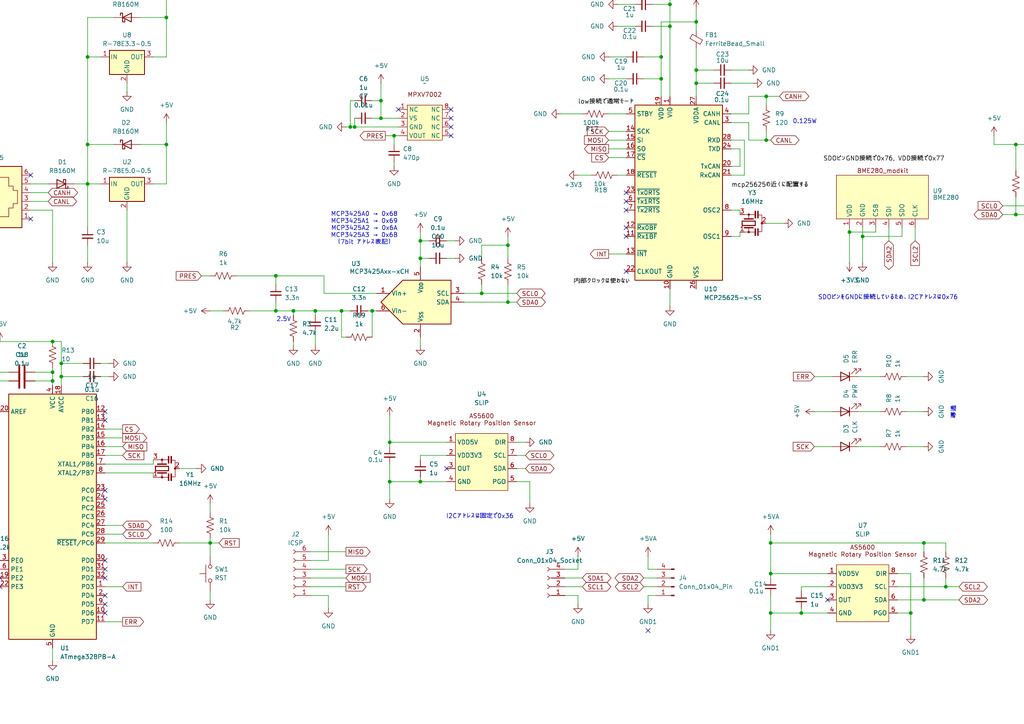
<source format=kicad_sch>
(kicad_sch (version 20231120) (generator "eeschema") (generator_version "8.0")
  (paper "A4")
  (lib_symbols
    (symbol "Analog_ADC:MCP3425Axx-xCH"
      (property "Reference" "U" (at -10.16 7.62 0))
      (property "Value" "MCP3425Axx-xCH" (at 2.54 7.62 0))
      (symbol "MCP3425Axx-xCH_1_1"
        (pin passive line (at -12.7 2.54 0) (length 3.81) (name "Vin+") (number "1"))
        (pin power_in line (at 0 -10.16 90) (length 3.81) (name "V_{SS}") (number "2"))
        (pin input line (at 12.7 2.54 180) (length 3.81) (name "SCL") (number "3"))
        (pin bidirectional line (at 12.7 0 180) (length 3.81) (name "SDA") (number "4"))
        (pin power_in line (at 0 10.16 270) (length 3.81) (name "V_{DD}") (number "5"))
        (pin passive line (at -12.7 -2.54 0) (length 3.81) (name "Vin-") (number "6"))
      )
    )
    (symbol "Connector:Conn_01x04_Pin" (pin_names (offset 1.016) hide)
      (property "Reference" "J" (at 0 5.08 0))
      (property "Value" "Conn_01x04_Pin" (at 0 -7.62 0))
      (symbol "Conn_01x04_Pin_1_1"
        (pin passive line (at 5.08 2.54 180) (length 3.81) (name "Pin_1") (number "1"))
        (pin passive line (at 5.08 0 180) (length 3.81) (name "Pin_2") (number "2"))
        (pin passive line (at 5.08 -2.54 180) (length 3.81) (name "Pin_3") (number "3"))
        (pin passive line (at 5.08 -5.08 180) (length 3.81) (name "Pin_4") (number "4"))
      )
    )
    (symbol "Connector:Conn_01x04_Socket" (pin_names (offset 1.016) hide)
      (property "Reference" "J" (at 0 5.08 0))
      (property "Value" "Conn_01x04_Socket" (at 0 -7.62 0))
      (symbol "Conn_01x04_Socket_1_1"
        (pin passive line (at -5.08 2.54 0) (length 3.81) (name "Pin_1") (number "1"))
        (pin passive line (at -5.08 0 0) (length 3.81) (name "Pin_2") (number "2"))
        (pin passive line (at -5.08 -2.54 0) (length 3.81) (name "Pin_3") (number "3"))
        (pin passive line (at -5.08 -5.08 0) (length 3.81) (name "Pin_4") (number "4"))
      )
    )
    (symbol "Connector:Conn_01x06_Socket" (pin_names (offset 1.016) hide)
      (property "Reference" "J" (at 0 7.62 0))
      (property "Value" "Conn_01x06_Socket" (at 0 -10.16 0))
      (symbol "Conn_01x06_Socket_1_1"
        (pin passive line (at -5.08 5.08 0) (length 3.81) (name "Pin_1") (number "1"))
        (pin passive line (at -5.08 2.54 0) (length 3.81) (name "Pin_2") (number "2"))
        (pin passive line (at -5.08 0 0) (length 3.81) (name "Pin_3") (number "3"))
        (pin passive line (at -5.08 -2.54 0) (length 3.81) (name "Pin_4") (number "4"))
        (pin passive line (at -5.08 -5.08 0) (length 3.81) (name "Pin_5") (number "5"))
        (pin passive line (at -5.08 -7.62 0) (length 3.81) (name "Pin_6") (number "6"))
      )
    )
    (symbol "Connector:RJ25" (pin_names (offset 1.016))
      (property "Reference" "J" (at -5.08 11.43 0))
      (property "Value" "RJ25" (at 2.54 11.43 0))
      (symbol "RJ25_1_1"
        (pin passive line (at 10.16 -5.08 180) (length 2.54) (name "~") (number "1"))
        (pin passive line (at 10.16 -2.54 180) (length 2.54) (name "~") (number "2"))
        (pin passive line (at 10.16 0 180) (length 2.54) (name "~") (number "3"))
        (pin passive line (at 10.16 2.54 180) (length 2.54) (name "~") (number "4"))
        (pin passive line (at 10.16 5.08 180) (length 2.54) (name "~") (number "5"))
        (pin passive line (at 10.16 7.62 180) (length 2.54) (name "~") (number "6"))
      )
    )
    (symbol "Device:C" (pin_numbers hide) (pin_names (offset 0.254))
      (property "Reference" "C" (at 0.635 2.54 0))
      (property "Value" "C" (at 0.635 -2.54 0))
      (symbol "C_1_1"
        (pin passive line (at 0 3.81 270) (length 2.794) (name "~") (number "1"))
        (pin passive line (at 0 -3.81 90) (length 2.794) (name "~") (number "2"))
      )
    )
    (symbol "Device:C_Small" (pin_numbers hide) (pin_names (offset 0.254) hide)
      (property "Reference" "C" (at 0.254 1.778 0))
      (property "Value" "C_Small" (at 0.254 -2.032 0))
      (symbol "C_Small_1_1"
        (pin passive line (at 0 2.54 270) (length 2.032) (name "~") (number "1"))
        (pin passive line (at 0 -2.54 90) (length 2.032) (name "~") (number "2"))
      )
    )
    (symbol "Device:D_Schottky" (pin_numbers hide) (pin_names (offset 1.016) hide)
      (property "Reference" "D" (at 0 2.54 0))
      (property "Value" "D_Schottky" (at 0 -2.54 0))
      (symbol "D_Schottky_1_1"
        (pin passive line (at -3.81 0 0) (length 2.54) (name "K") (number "1"))
        (pin passive line (at 3.81 0 180) (length 2.54) (name "A") (number "2"))
      )
    )
    (symbol "Device:FerriteBead_Small" (pin_numbers hide) (pin_names (offset 0))
      (property "Reference" "FB" (at 1.905 1.27 0))
      (property "Value" "FerriteBead_Small" (at 1.905 -1.27 0))
      (symbol "FerriteBead_Small_1_1"
        (pin passive line (at 0 2.54 270) (length 1.27) (name "~") (number "1"))
        (pin passive line (at 0 -2.54 90) (length 1.27) (name "~") (number "2"))
      )
    )
    (symbol "Device:LED" (pin_numbers hide) (pin_names (offset 1.016) hide)
      (property "Reference" "D" (at 0 2.54 0))
      (property "Value" "LED" (at 0 -2.54 0))
      (symbol "LED_1_1"
        (pin passive line (at -3.81 0 0) (length 2.54) (name "K") (number "1"))
        (pin passive line (at 3.81 0 180) (length 2.54) (name "A") (number "2"))
      )
    )
    (symbol "Device:R_US" (pin_numbers hide) (pin_names (offset 0))
      (property "Reference" "R" (at 2.54 0 90))
      (property "Value" "R_US" (at -2.54 0 90))
      (symbol "R_US_1_1"
        (pin passive line (at 0 3.81 270) (length 1.27) (name "~") (number "1"))
        (pin passive line (at 0 -3.81 90) (length 1.27) (name "~") (number "2"))
      )
    )
    (symbol "Device:Resonator_Small" (pin_names (offset 1.016) hide)
      (property "Reference" "Y" (at 3.175 1.905 0))
      (property "Value" "Resonator_Small" (at 3.175 0 0))
      (symbol "Resonator_Small_1_1"
        (pin passive line (at -2.54 2.54 270) (length 1.27) (name "1") (number "1"))
        (pin passive line (at 0 -5.08 90) (length 1.27) (name "2") (number "2"))
        (pin passive line (at 2.54 2.54 270) (length 1.27) (name "3") (number "3"))
      )
    )
    (symbol "Interface_CAN_LIN:MCP25625-x-SS"
      (property "Reference" "U" (at -11.43 26.67 0))
      (property "Value" "MCP25625-x-SS" (at 15.24 26.67 0))
      (symbol "MCP25625-x-SS_1_1"
        (pin power_in line (at -2.54 27.94 270) (length 2.54) (name "VIO") (number "1"))
        (pin power_in line (at -2.54 -27.94 90) (length 2.54) (name "GND") (number "10"))
        (pin output line (at -15.24 -12.7 0) (length 2.54) (name "~{Rx1BF}") (number "11"))
        (pin output line (at -15.24 -10.16 0) (length 2.54) (name "~{Rx0BF}") (number "12"))
        (pin output line (at -15.24 -17.78 0) (length 2.54) (name "~{INT}") (number "13"))
        (pin input line (at -15.24 17.78 0) (length 2.54) (name "SCK") (number "14"))
        (pin input line (at -15.24 15.24 0) (length 2.54) (name "SI") (number "15"))
        (pin output line (at -15.24 12.7 0) (length 2.54) (name "SO") (number "16"))
        (pin input line (at -15.24 10.16 0) (length 2.54) (name "~{CS}") (number "17"))
        (pin input line (at -15.24 5.08 0) (length 2.54) (name "~{RESET}") (number "18"))
        (pin power_in line (at -5.08 27.94 270) (length 2.54) (name "VDD") (number "19"))
        (pin no_connect line (at 12.7 -15.24 180) (length 2.54) hide (name "NC") (number "2"))
        (pin output line (at 15.24 7.62 180) (length 2.54) (name "TxCAN") (number "20"))
        (pin input line (at 15.24 5.08 180) (length 2.54) (name "RxCAN") (number "21"))
        (pin output line (at -15.24 -22.86 0) (length 2.54) (name "CLKOUT") (number "22"))
        (pin input line (at -15.24 0 0) (length 2.54) (name "~{Tx0RTS}") (number "23"))
        (pin input line (at 15.24 12.7 180) (length 2.54) (name "TXD") (number "24"))
        (pin no_connect line (at 12.7 -17.78 180) (length 2.54) hide (name "NC") (number "25"))
        (pin power_in line (at 5.08 -27.94 90) (length 2.54) (name "VSS") (number "26"))
        (pin power_in line (at 5.08 27.94 270) (length 2.54) (name "VDDA") (number "27"))
        (pin output line (at 15.24 15.24 180) (length 2.54) (name "RXD") (number "28"))
        (pin bidirectional line (at 15.24 20.32 180) (length 2.54) (name "CANL") (number "3"))
        (pin bidirectional line (at 15.24 22.86 180) (length 2.54) (name "CANH") (number "4"))
        (pin input line (at -15.24 22.86 0) (length 2.54) (name "STBY") (number "5"))
        (pin input line (at -15.24 -2.54 0) (length 2.54) (name "~{Tx1RTS}") (number "6"))
        (pin input line (at -15.24 -5.08 0) (length 2.54) (name "~{Tx2RTS}") (number "7"))
        (pin output line (at 15.24 -5.08 180) (length 2.54) (name "OSC2") (number "8"))
        (pin input line (at 15.24 -12.7 180) (length 2.54) (name "OSC1") (number "9"))
      )
    )
    (symbol "KUBTSS:FXMA2102"
      (property "Reference" "U" (at 0 1.778 0))
      (symbol "FXMA2102_1_1"
        (pin input line (at -2.54 0 270) (length 2.54) (name "VCCA") (number "1"))
        (pin input line (at -7.62 -10.16 0) (length 2.54) (name "A0") (number "2"))
        (pin input line (at -7.62 -12.7 0) (length 2.54) (name "A1") (number "3"))
        (pin input line (at 0 -22.86 90) (length 2.54) (name "GND") (number "4"))
        (pin input line (at 7.62 -10.16 180) (length 2.54) (name "B0") (number "6"))
        (pin input line (at 7.62 -12.7 180) (length 2.54) (name "B1") (number "7"))
        (pin input line (at 2.54 0 270) (length 2.54) (name "VCCB") (number "8"))
        (pin input line (at -7.62 -17.78 0) (length 2.54) (name "OE") (number "５"))
      )
    )
    (symbol "KUBTSS_parts:AS5600"
      (property "Reference" "U" (at 0 13.716 0))
      (symbol "AS5600_1_1"
        (text "AS5600\nMagnetic Rotary Position Sensor" (at 0 10.414 0) (effects (font (size 1.27 1.27))))
        (pin input line (at -10.16 3.81 0) (length 2.54) (name "VDD5V") (number "1"))
        (pin input line (at -10.16 0 0) (length 2.54) (name "VDD3V3") (number "2"))
        (pin input line (at -10.16 -3.81 0) (length 2.54) (name "OUT") (number "3"))
        (pin input line (at -10.16 -7.62 0) (length 2.54) (name "GND") (number "4"))
        (pin input line (at 10.16 -7.62 180) (length 2.54) (name "PGO") (number "5"))
        (pin input line (at 10.16 -3.81 180) (length 2.54) (name "SDA") (number "6"))
        (pin input line (at 10.16 0 180) (length 2.54) (name "SCL") (number "7"))
        (pin input line (at 10.16 3.81 180) (length 2.54) (name "DIR") (number "8"))
      )
    )
    (symbol "KUBTSS_parts:MPXV7002"
      (property "Reference" "U" (at 0 4.826 0))
      (symbol "MPXV7002_1_1"
        (text "MPXV7002" (at 0 3.048 0) (effects (font (size 1.27 1.27))))
        (pin input line (at -7.62 -1.27 0) (length 2.54) (name "NC") (number "1"))
        (pin input line (at -7.62 -3.81 0) (length 2.54) (name "VS") (number "2"))
        (pin input line (at -7.62 -6.35 0) (length 2.54) (name "GND") (number "3"))
        (pin input line (at -7.62 -8.89 0) (length 2.54) (name "VOUT") (number "4"))
        (pin input line (at 7.62 -8.89 180) (length 2.54) (name "NC") (number "5"))
        (pin input line (at 7.62 -6.35 180) (length 2.54) (name "NC") (number "6"))
        (pin input line (at 7.62 -3.81 180) (length 2.54) (name "NC") (number "7"))
        (pin input line (at 7.62 -1.27 180) (length 2.54) (name "NC") (number "8"))
      )
    )
    (symbol "KUBTSS_parts:Temp_AE-BME280"
      (property "Reference" "U" (at 0 12.192 0))
      (symbol "Temp_AE-BME280_1_1"
        (text "BME280_modkit" (at -0.508 10.16 0) (effects (font (size 1.27 1.27))))
        (pin input line (at -10.16 -6.35 90) (length 2.54) (name "VDD") (number "1"))
        (pin input line (at -6.35 -6.35 90) (length 2.54) (name "GND") (number "2"))
        (pin input line (at -2.54 -6.35 90) (length 2.54) (name "CSB") (number "3"))
        (pin input line (at 1.27 -6.35 90) (length 2.54) (name "SDI") (number "4"))
        (pin input line (at 5.08 -6.35 90) (length 2.54) (name "SDO") (number "5"))
        (pin input line (at 8.89 -6.35 90) (length 2.54) (name "CLK") (number "6"))
      )
    )
    (symbol "MCU_Microchip_ATmega:ATmega328PB-A"
      (property "Reference" "U" (at -12.7 36.83 0))
      (property "Value" "ATmega328PB-A" (at 2.54 -36.83 0))
      (symbol "ATmega328PB-A_1_1"
        (pin bidirectional line (at 15.24 -20.32 180) (length 2.54) (name "PD3") (number "1"))
        (pin bidirectional line (at 15.24 -27.94 180) (length 2.54) (name "PD6") (number "10"))
        (pin bidirectional line (at 15.24 -30.48 180) (length 2.54) (name "PD7") (number "11"))
        (pin bidirectional line (at 15.24 30.48 180) (length 2.54) (name "PB0") (number "12"))
        (pin bidirectional line (at 15.24 27.94 180) (length 2.54) (name "PB1") (number "13"))
        (pin bidirectional line (at 15.24 25.4 180) (length 2.54) (name "PB2") (number "14"))
        (pin bidirectional line (at 15.24 22.86 180) (length 2.54) (name "PB3") (number "15"))
        (pin bidirectional line (at 15.24 20.32 180) (length 2.54) (name "PB4") (number "16"))
        (pin bidirectional line (at 15.24 17.78 180) (length 2.54) (name "PB5") (number "17"))
        (pin power_in line (at 2.54 38.1 270) (length 2.54) (name "AVCC") (number "18"))
        (pin bidirectional line (at -15.24 -17.78 0) (length 2.54) (name "PE2") (number "19"))
        (pin bidirectional line (at 15.24 -22.86 180) (length 2.54) (name "PD4") (number "2"))
        (pin passive line (at -15.24 30.48 0) (length 2.54) (name "AREF") (number "20"))
        (pin passive line (at 0 -38.1 90) (length 2.54) hide (name "GND") (number "21"))
        (pin bidirectional line (at -15.24 -20.32 0) (length 2.54) (name "PE3") (number "22"))
        (pin bidirectional line (at 15.24 7.62 180) (length 2.54) (name "PC0") (number "23"))
        (pin bidirectional line (at 15.24 5.08 180) (length 2.54) (name "PC1") (number "24"))
        (pin bidirectional line (at 15.24 2.54 180) (length 2.54) (name "PC2") (number "25"))
        (pin bidirectional line (at 15.24 0 180) (length 2.54) (name "PC3") (number "26"))
        (pin bidirectional line (at 15.24 -2.54 180) (length 2.54) (name "PC4") (number "27"))
        (pin bidirectional line (at 15.24 -5.08 180) (length 2.54) (name "PC5") (number "28"))
        (pin bidirectional line (at 15.24 -7.62 180) (length 2.54) (name "~{RESET}/PC6") (number "29"))
        (pin bidirectional line (at -15.24 -12.7 0) (length 2.54) (name "PE0") (number "3"))
        (pin bidirectional line (at 15.24 -12.7 180) (length 2.54) (name "PD0") (number "30"))
        (pin bidirectional line (at 15.24 -15.24 180) (length 2.54) (name "PD1") (number "31"))
        (pin bidirectional line (at 15.24 -17.78 180) (length 2.54) (name "PD2") (number "32"))
        (pin power_in line (at 0 38.1 270) (length 2.54) (name "VCC") (number "4"))
        (pin power_in line (at 0 -38.1 90) (length 2.54) (name "GND") (number "5"))
        (pin bidirectional line (at -15.24 -15.24 0) (length 2.54) (name "PE1") (number "6"))
        (pin bidirectional line (at 15.24 15.24 180) (length 2.54) (name "XTAL1/PB6") (number "7"))
        (pin bidirectional line (at 15.24 12.7 180) (length 2.54) (name "XTAL2/PB7") (number "8"))
        (pin bidirectional line (at 15.24 -25.4 180) (length 2.54) (name "PD5") (number "9"))
      )
    )
    (symbol "Regulator_Switching:R-78E5.0-0.5" (pin_names (offset 0.254))
      (property "Reference" "U" (at -3.81 3.175 0))
      (property "Value" "R-78E5.0-0.5" (at 0 3.175 0))
      (symbol "R-78E5.0-0.5_1_1"
        (pin power_in line (at -7.62 0 0) (length 2.54) (name "IN") (number "1"))
        (pin power_in line (at 0 -7.62 90) (length 2.54) (name "GND") (number "2"))
        (pin power_out line (at 7.62 0 180) (length 2.54) (name "OUT") (number "3"))
      )
    )
    (symbol "Switch:SW_Push" (pin_numbers hide) (pin_names (offset 1.016) hide)
      (property "Reference" "SW" (at 1.27 2.54 0))
      (property "Value" "SW_Push" (at 0 -1.524 0))
      (symbol "SW_Push_0_1"
        (pin passive line (at -5.08 0 0) (length 2.54) (name "1") (number "1"))
        (pin passive line (at 5.08 0 180) (length 2.54) (name "2") (number "2"))
      )
    )
    (symbol "power:+3V3" (power) (pin_numbers hide) (pin_names (offset 0) hide)
      (property "Value" "+3V3" (at 0 3.556 0))
      (symbol "+3V3_1_1"
        (pin power_in line (at 0 0 90) (length 0) (name "~") (number "1"))
      )
    )
    (symbol "power:+5V" (power) (pin_numbers hide) (pin_names (offset 0) hide)
      (property "Value" "+5V" (at 0 3.556 0))
      (symbol "+5V_1_1"
        (pin power_in line (at 0 0 90) (length 0) (name "~") (number "1"))
      )
    )
    (symbol "power:+5VA" (power) (pin_numbers hide) (pin_names (offset 0) hide)
      (property "Value" "+5VA" (at 0 3.556 0))
      (symbol "+5VA_1_1"
        (pin power_in line (at 0 0 90) (length 0) (name "~") (number "1"))
      )
    )
    (symbol "power:GND" (power) (pin_numbers hide) (pin_names (offset 0) hide)
      (property "Value" "GND" (at 0 -3.81 0))
      (symbol "GND_1_1"
        (pin power_in line (at 0 0 270) (length 0) (name "~") (number "1"))
      )
    )
    (symbol "power:GND1" (power) (pin_numbers hide) (pin_names (offset 0) hide)
      (property "Value" "GND1" (at 0 -3.81 0))
      (symbol "GND1_1_1"
        (pin power_in line (at 0 0 270) (length 0) (name "~") (number "1"))
      )
    )
  )
  (junction (at 294.64 62.23))
  (junction (at 15.24 107.95))
  (junction (at 25.4 41.91))
  (junction (at 250.19 68.58))
  (junction (at 113.03 139.7))
  (junction (at 267.97 173.99))
  (junction (at 223.52 157.48))
  (junction (at 110.49 29.21))
  (junction (at 194.31 1.27))
  (junction (at 222.25 27.94))
  (junction (at 99.06 90.17))
  (junction (at 232.41 177.8))
  (junction (at -3.81 165.1))
  (junction (at 139.7 85.09))
  (junction (at 323.85 59.69))
  (junction (at 222.25 40.64))
  (junction (at 194.31 7.62))
  (junction (at 223.52 177.8))
  (junction (at 25.4 16.51))
  (junction (at 191.77 16.51))
  (junction (at 17.78 105.41))
  (junction (at 298.45 41.91))
  (junction (at 318.77 41.91))
  (junction (at 60.96 157.48))
  (junction (at 15.24 99.06))
  (junction (at 328.93 41.91))
  (junction (at 328.93 62.23))
  (junction (at 264.16 177.8))
  (junction (at 17.78 109.22))
  (junction (at 294.64 41.91))
  (junction (at 298.45 59.69))
  (junction (at 304.8 41.91))
  (junction (at 223.52 166.37))
  (junction (at 91.44 90.17))
  (junction (at 121.92 74.93))
  (junction (at 147.32 87.63))
  (junction (at 121.92 139.7))
  (junction (at 113.03 128.27))
  (junction (at 107.95 90.17))
  (junction (at 80.01 90.17))
  (junction (at 114.3 39.37))
  (junction (at 201.93 24.13))
  (junction (at 121.92 69.85))
  (junction (at 323.85 41.91))
  (junction (at 191.77 22.86))
  (junction (at 15.24 110.49))
  (junction (at 246.38 67.31))
  (junction (at 201.93 6.35))
  (junction (at -7.62 151.13))
  (junction (at 48.26 41.91))
  (junction (at 147.32 71.12))
  (junction (at 25.4 53.34))
  (junction (at 48.26 5.08))
  (junction (at -7.62 162.56))
  (junction (at 85.09 90.17))
  (junction (at 102.87 36.83))
  (junction (at 274.32 170.18))
  (junction (at 201.93 20.32))
  (junction (at 101.6 36.83))
  (junction (at 267.97 157.48))
  (junction (at 110.49 34.29))
  (junction (at 80.01 80.01))
  (no_connect (at 187.96 182.88))
  (no_connect (at 130.81 31.75))
  (no_connect (at 30.48 121.92))
  (no_connect (at 181.61 78.74))
  (no_connect (at 130.81 39.37))
  (no_connect (at 115.57 31.75))
  (no_connect (at 30.48 175.26))
  (no_connect (at 181.61 60.96))
  (no_connect (at 8.89 50.8))
  (no_connect (at 30.48 119.38))
  (no_connect (at 30.48 162.56))
  (no_connect (at 0 167.64))
  (no_connect (at 181.61 66.04))
  (no_connect (at 30.48 142.24))
  (no_connect (at 30.48 167.64))
  (no_connect (at 8.89 63.5))
  (no_connect (at 130.81 36.83))
  (no_connect (at 0 170.18))
  (no_connect (at 240.03 173.99))
  (no_connect (at 129.54 135.89))
  (no_connect (at 30.48 177.8))
  (no_connect (at 30.48 165.1))
  (no_connect (at 30.48 144.78))
  (no_connect (at 181.61 68.58))
  (no_connect (at 181.61 55.88))
  (no_connect (at 30.48 172.72))
  (no_connect (at 181.61 58.42))
  (no_connect (at 130.81 34.29))
  (wire (pts (xy 232.41 177.8) (xy 240.03 177.8)))
  (wire (pts (xy 240.03 170.18) (xy 232.41 170.18)))
  (wire (pts (xy 214.63 68.58) (xy 212.09 68.58)))
  (wire (pts (xy 318.77 49.53) (xy 318.77 50.8)))
  (wire (pts (xy 91.44 90.17) (xy 91.44 91.44)))
  (wire (pts (xy 232.41 176.53) (xy 232.41 177.8)))
  (wire (pts (xy 102.87 29.21) (xy 101.6 29.21)))
  (wire (pts (xy 90.17 160.02) (xy 100.33 160.02)))
  (wire (pts (xy 214.63 60.96) (xy 214.63 62.23)))
  (wire (pts (xy 187.96 172.72) (xy 187.96 175.26)))
  (wire (pts (xy 30.48 180.34) (xy 35.56 180.34)))
  (wire (pts (xy 298.45 41.91) (xy 304.8 41.91)))
  (wire (pts (xy 217.17 33.02) (xy 212.09 33.02)))
  (wire (pts (xy 114.3 39.37) (xy 114.3 41.91)))
  (wire (pts (xy 201.93 20.32) (xy 201.93 24.13)))
  (wire (pts (xy 15.24 187.96) (xy 15.24 191.77)))
  (wire (pts (xy 72.39 90.17) (xy 80.01 90.17)))
  (wire (pts (xy 261.62 68.58) (xy 250.19 68.58)))
  (wire (pts (xy 167.64 50.8) (xy 171.45 50.8)))
  (wire (pts (xy 80.01 90.17) (xy 85.09 90.17)))
  (wire (pts (xy 194.31 83.82) (xy 194.31 88.9)))
  (wire (pts (xy 25.4 16.51) (xy 29.21 16.51)))
  (wire (pts (xy 214.63 67.31) (xy 214.63 68.58)))
  (wire (pts (xy 152.4 135.89) (xy 149.86 135.89)))
  (wire (pts (xy 189.23 7.62) (xy 194.31 7.62)))
  (wire (pts (xy 31.75 105.41) (xy 29.21 105.41)))
  (wire (pts (xy 10.16 107.95) (xy 15.24 107.95)))
  (wire (pts (xy 223.52 172.72) (xy 223.52 177.8)))
  (wire (pts (xy 99.06 97.79) (xy 100.33 97.79)))
  (wire (pts (xy 248.92 119.38) (xy 255.27 119.38)))
  (wire (pts (xy 328.93 62.23) (xy 332.74 62.23)))
  (wire (pts (xy 179.07 1.27) (xy 184.15 1.27)))
  (wire (pts (xy 215.9 40.64) (xy 215.9 50.8)))
  (wire (pts (xy 102.87 36.83) (xy 115.57 36.83)))
  (wire (pts (xy 8.89 53.34) (xy 13.97 53.34)))
  (wire (pts (xy 304.8 41.91) (xy 309.88 41.91)))
  (wire (pts (xy 36.83 60.96) (xy 36.83 76.2)))
  (wire (pts (xy 248.92 129.54) (xy 255.27 129.54)))
  (wire (pts (xy 149.86 128.27) (xy 152.4 128.27)))
  (wire (pts (xy 91.44 90.17) (xy 99.06 90.17)))
  (wire (pts (xy 60.96 90.17) (xy 64.77 90.17)))
  (wire (pts (xy 60.96 157.48) (xy 60.96 161.29)))
  (wire (pts (xy 212.09 40.64) (xy 215.9 40.64)))
  (wire (pts (xy 304.8 67.31) (xy 300.99 67.31)))
  (wire (pts (xy 52.07 157.48) (xy 60.96 157.48)))
  (wire (pts (xy 223.52 166.37) (xy 240.03 166.37)))
  (wire (pts (xy -3.81 165.1) (xy 0 165.1)))
  (wire (pts (xy 90.17 165.1) (xy 100.33 165.1)))
  (wire (pts (xy 102.87 34.29) (xy 102.87 36.83)))
  (wire (pts (xy 134.62 85.09) (xy 139.7 85.09)))
  (wire (pts (xy 246.38 66.04) (xy 246.38 67.31)))
  (wire (pts (xy 222.25 27.94) (xy 222.25 30.48)))
  (wire (pts (xy 214.63 43.18) (xy 214.63 48.26)))
  (wire (pts (xy 267.97 167.64) (xy 267.97 173.99)))
  (wire (pts (xy 167.64 165.1) (xy 163.83 165.1)))
  (wire (pts (xy 186.69 170.18) (xy 190.5 170.18)))
  (wire (pts (xy 149.86 132.08) (xy 152.4 132.08)))
  (wire (pts (xy 113.03 128.27) (xy 113.03 129.54)))
  (wire (pts (xy 260.35 173.99) (xy 267.97 173.99)))
  (wire (pts (xy 149.86 139.7) (xy 153.67 139.7)))
  (wire (pts (xy 8.89 60.96) (xy 15.24 60.96)))
  (wire (pts (xy 110.49 29.21) (xy 110.49 34.29)))
  (wire (pts (xy 267.97 157.48) (xy 223.52 157.48)))
  (wire (pts (xy 48.26 35.56) (xy 48.26 41.91)))
  (wire (pts (xy 101.6 36.83) (xy 102.87 36.83)))
  (wire (pts (xy 99.06 90.17) (xy 101.6 90.17)))
  (wire (pts (xy 147.32 87.63) (xy 149.86 87.63)))
  (wire (pts (xy 80.01 87.63) (xy 80.01 90.17)))
  (wire (pts (xy 267.97 160.02) (xy 267.97 157.48)))
  (wire (pts (xy 85.09 99.06) (xy 85.09 100.33)))
  (wire (pts (xy 121.92 132.08) (xy 121.92 133.35)))
  (wire (pts (xy 176.53 40.64) (xy 181.61 40.64)))
  (wire (pts (xy 25.4 53.34) (xy 29.21 53.34)))
  (wire (pts (xy 30.48 157.48) (xy 44.45 157.48)))
  (wire (pts (xy 25.4 71.12) (xy 25.4 76.2)))
  (wire (pts (xy 212.09 24.13) (xy 218.44 24.13)))
  (wire (pts (xy 328.93 41.91) (xy 328.93 49.53)))
  (wire (pts (xy 25.4 16.51) (xy 25.4 41.91)))
  (wire (pts (xy 191.77 6.35) (xy 201.93 6.35)))
  (wire (pts (xy 107.95 90.17) (xy 109.22 90.17)))
  (wire (pts (xy 52.07 135.89) (xy 57.15 135.89)))
  (wire (pts (xy 236.22 119.38) (xy 241.3 119.38)))
  (wire (pts (xy 309.88 41.91) (xy 309.88 49.53)))
  (wire (pts (xy 121.92 74.93) (xy 121.92 77.47)))
  (wire (pts (xy 30.48 129.54) (xy 35.56 129.54)))
  (wire (pts (xy 107.95 29.21) (xy 110.49 29.21)))
  (wire (pts (xy 113.03 139.7) (xy 121.92 139.7)))
  (wire (pts (xy 48.26 16.51) (xy 44.45 16.51)))
  (wire (pts (xy 93.98 80.01) (xy 93.98 85.09)))
  (wire (pts (xy 179.07 50.8) (xy 181.61 50.8)))
  (wire (pts (xy 113.03 128.27) (xy 129.54 128.27)))
  (wire (pts (xy 0 99.06) (xy 15.24 99.06)))
  (wire (pts (xy 250.19 68.58) (xy 250.19 76.2)))
  (wire (pts (xy 223.52 177.8) (xy 223.52 182.88)))
  (wire (pts (xy 189.23 1.27) (xy 194.31 1.27)))
  (wire (pts (xy 176.53 33.02) (xy 181.61 33.02)))
  (wire (pts (xy 93.98 85.09) (xy 109.22 85.09)))
  (wire (pts (xy 113.03 120.65) (xy 113.03 128.27)))
  (wire (pts (xy 15.24 110.49) (xy 15.24 111.76)))
  (wire (pts (xy 30.48 154.94) (xy 35.56 154.94)))
  (wire (pts (xy 190.5 165.1) (xy 187.96 165.1)))
  (wire (pts (xy 304.8 62.23) (xy 294.64 62.23)))
  (wire (pts (xy 8.89 58.42) (xy 13.97 58.42)))
  (wire (pts (xy 250.19 66.04) (xy 250.19 68.58)))
  (wire (pts (xy 90.17 172.72) (xy 95.25 172.72)))
  (wire (pts (xy 80.01 80.01) (xy 93.98 80.01)))
  (wire (pts (xy 15.24 107.95) (xy 15.24 110.49)))
  (wire (pts (xy 194.31 -2.54) (xy 194.31 1.27)))
  (wire (pts (xy 17.78 105.41) (xy 24.13 105.41)))
  (wire (pts (xy 267.97 157.48) (xy 274.32 157.48)))
  (wire (pts (xy 176.53 43.18) (xy 181.61 43.18)))
  (wire (pts (xy 85.09 90.17) (xy 91.44 90.17)))
  (wire (pts (xy 121.92 67.31) (xy 121.92 69.85)))
  (wire (pts (xy 25.4 41.91) (xy 25.4 53.34)))
  (wire (pts (xy 100.33 36.83) (xy 101.6 36.83)))
  (wire (pts (xy 217.17 40.64) (xy 217.17 35.56)))
  (wire (pts (xy 215.9 50.8) (xy 212.09 50.8)))
  (wire (pts (xy 129.54 69.85) (xy 132.08 69.85)))
  (wire (pts (xy 147.32 68.58) (xy 147.32 71.12)))
  (wire (pts (xy 223.52 166.37) (xy 223.52 167.64)))
  (wire (pts (xy 17.78 105.41) (xy 17.78 109.22)))
  (wire (pts (xy 186.69 22.86) (xy 191.77 22.86)))
  (wire (pts (xy 101.6 29.21) (xy 101.6 36.83)))
  (wire (pts (xy 10.16 110.49) (xy 15.24 110.49)))
  (wire (pts (xy 328.93 57.15) (xy 328.93 62.23)))
  (wire (pts (xy 15.24 99.06) (xy 17.78 99.06)))
  (wire (pts (xy 8.89 55.88) (xy 13.97 55.88)))
  (wire (pts (xy 236.22 129.54) (xy 241.3 129.54)))
  (wire (pts (xy 147.32 82.55) (xy 147.32 87.63)))
  (wire (pts (xy 294.64 62.23) (xy 290.83 62.23)))
  (wire (pts (xy 260.35 170.18) (xy 274.32 170.18)))
  (wire (pts (xy 214.63 48.26) (xy 212.09 48.26)))
  (wire (pts (xy 212.09 60.96) (xy 214.63 60.96)))
  (wire (pts (xy -3.81 161.29) (xy -3.81 165.1)))
  (wire (pts (xy 167.64 161.29) (xy 167.64 165.1)))
  (wire (pts (xy 320.04 59.69) (xy 323.85 59.69)))
  (wire (pts (xy 176.53 22.86) (xy 181.61 22.86)))
  (wire (pts (xy 312.42 72.39) (xy 312.42 80.01)))
  (wire (pts (xy 254 66.04) (xy 254 67.31)))
  (wire (pts (xy 176.53 45.72) (xy 181.61 45.72)))
  (wire (pts (xy 30.48 137.16) (xy 44.45 137.16)))
  (wire (pts (xy 90.17 167.64) (xy 100.33 167.64)))
  (wire (pts (xy 223.52 157.48) (xy 223.52 166.37)))
  (wire (pts (xy 186.69 16.51) (xy 191.77 16.51)))
  (wire (pts (xy 274.32 170.18) (xy 278.13 170.18)))
  (wire (pts (xy 33.02 41.91) (xy 25.4 41.91)))
  (wire (pts (xy 187.96 165.1) (xy 187.96 161.29)))
  (wire (pts (xy 260.35 166.37) (xy 264.16 166.37)))
  (wire (pts (xy 121.92 139.7) (xy 129.54 139.7)))
  (wire (pts (xy 222.25 40.64) (xy 217.17 40.64)))
  (wire (pts (xy 36.83 24.13) (xy 36.83 26.67)))
  (wire (pts (xy 48.26 -1.27) (xy 48.26 5.08)))
  (wire (pts (xy 139.7 82.55) (xy 139.7 85.09)))
  (wire (pts (xy 194.31 1.27) (xy 194.31 7.62)))
  (wire (pts (xy 60.96 156.21) (xy 60.96 157.48)))
  (wire (pts (xy 274.32 167.64) (xy 274.32 170.18)))
  (wire (pts (xy 60.96 146.05) (xy 60.96 148.59)))
  (wire (pts (xy 15.24 106.68) (xy 15.24 107.95)))
  (wire (pts (xy 121.92 69.85) (xy 121.92 74.93)))
  (wire (pts (xy 290.83 59.69) (xy 298.45 59.69)))
  (wire (pts (xy 139.7 74.93) (xy 139.7 71.12)))
  (wire (pts (xy -1.27 110.49) (xy 2.54 110.49)))
  (wire (pts (xy 314.96 41.91) (xy 314.96 49.53)))
  (wire (pts (xy 294.64 57.15) (xy 294.64 62.23)))
  (wire (pts (xy 30.48 134.62) (xy 44.45 134.62)))
  (wire (pts (xy 223.52 177.8) (xy 232.41 177.8)))
  (wire (pts (xy 264.16 177.8) (xy 264.16 184.15)))
  (wire (pts (xy 68.58 80.01) (xy 80.01 80.01)))
  (wire (pts (xy -3.81 153.67) (xy -3.81 151.13)))
  (wire (pts (xy 139.7 85.09) (xy 149.86 85.09)))
  (wire (pts (xy 323.85 41.91) (xy 323.85 49.53)))
  (wire (pts (xy 121.92 74.93) (xy 124.46 74.93)))
  (wire (pts (xy 191.77 16.51) (xy 191.77 22.86)))
  (wire (pts (xy 90.17 170.18) (xy 100.33 170.18)))
  (wire (pts (xy 323.85 59.69) (xy 327.66 59.69)))
  (wire (pts (xy 163.83 167.64) (xy 168.91 167.64)))
  (wire (pts (xy 318.77 41.91) (xy 318.77 44.45)))
  (wire (pts (xy 95.25 162.56) (xy 95.25 154.94)))
  (wire (pts (xy 30.48 127) (xy 35.56 127)))
  (wire (pts (xy 58.42 80.01) (xy 60.96 80.01)))
  (wire (pts (xy 129.54 74.93) (xy 132.08 74.93)))
  (wire (pts (xy 186.69 167.64) (xy 190.5 167.64)))
  (wire (pts (xy 191.77 22.86) (xy 191.77 27.94)))
  (wire (pts (xy 24.13 109.22) (xy 17.78 109.22)))
  (wire (pts (xy 107.95 34.29) (xy 110.49 34.29)))
  (wire (pts (xy 30.48 124.46) (xy 35.56 124.46)))
  (wire (pts (xy 217.17 27.94) (xy 222.25 27.94)))
  (wire (pts (xy 246.38 67.31) (xy 246.38 76.2)))
  (wire (pts (xy 248.92 109.22) (xy 255.27 109.22)))
  (wire (pts (xy 298.45 41.91) (xy 298.45 49.53)))
  (wire (pts (xy 201.93 13.97) (xy 201.93 20.32)))
  (wire (pts (xy 222.25 64.77) (xy 227.33 64.77)))
  (wire (pts (xy 328.93 41.91) (xy 334.01 41.91)))
  (wire (pts (xy 194.31 7.62) (xy 194.31 27.94)))
  (wire (pts (xy -7.62 149.86) (xy -7.62 151.13)))
  (wire (pts (xy 294.64 41.91) (xy 298.45 41.91)))
  (wire (pts (xy 265.43 66.04) (xy 265.43 69.85)))
  (wire (pts (xy 113.03 134.62) (xy 113.03 139.7)))
  (wire (pts (xy -15.24 162.56) (xy -7.62 162.56)))
  (wire (pts (xy 111.76 39.37) (xy 114.3 39.37)))
  (wire (pts (xy 40.64 41.91) (xy 48.26 41.91)))
  (wire (pts (xy 114.3 39.37) (xy 115.57 39.37)))
  (wire (pts (xy 222.25 27.94) (xy 226.06 27.94)))
  (wire (pts (xy 162.56 33.02) (xy 168.91 33.02)))
  (wire (pts (xy 147.32 71.12) (xy 147.32 74.93)))
  (wire (pts (xy 176.53 38.1) (xy 181.61 38.1)))
  (wire (pts (xy 99.06 90.17) (xy 99.06 97.79)))
  (wire (pts (xy 153.67 139.7) (xy 153.67 146.05)))
  (wire (pts (xy -7.62 161.29) (xy -7.62 162.56)))
  (wire (pts (xy 15.24 60.96) (xy 15.24 76.2)))
  (wire (pts (xy 274.32 157.48) (xy 274.32 160.02)))
  (wire (pts (xy 114.3 46.99) (xy 114.3 48.26)))
  (wire (pts (xy 190.5 172.72) (xy 187.96 172.72)))
  (wire (pts (xy 110.49 24.13) (xy 110.49 29.21)))
  (wire (pts (xy 91.44 96.52) (xy 91.44 100.33)))
  (wire (pts (xy 201.93 24.13) (xy 201.93 27.94)))
  (wire (pts (xy 262.89 129.54) (xy 267.97 129.54)))
  (wire (pts (xy 207.01 20.32) (xy 201.93 20.32)))
  (wire (pts (xy -7.62 162.56) (xy 0 162.56)))
  (wire (pts (xy 267.97 173.99) (xy 278.13 173.99)))
  (wire (pts (xy 262.89 119.38) (xy 267.97 119.38)))
  (wire (pts (xy 298.45 59.69) (xy 304.8 59.69)))
  (wire (pts (xy 261.62 66.04) (xy 261.62 68.58)))
  (wire (pts (xy 121.92 97.79) (xy 121.92 100.33)))
  (wire (pts (xy 139.7 71.12) (xy 147.32 71.12)))
  (wire (pts (xy 201.93 24.13) (xy 207.01 24.13)))
  (wire (pts (xy 236.22 109.22) (xy 241.3 109.22)))
  (wire (pts (xy -11.43 128.27) (xy -11.43 130.81)))
  (wire (pts (xy 294.64 41.91) (xy 294.64 49.53)))
  (wire (pts (xy 217.17 35.56) (xy 212.09 35.56)))
  (wire (pts (xy 179.07 7.62) (xy 184.15 7.62)))
  (wire (pts (xy 304.8 41.91) (xy 304.8 43.18)))
  (wire (pts (xy 288.29 41.91) (xy 288.29 39.37)))
  (wire (pts (xy 44.45 134.62) (xy 44.45 133.35)))
  (wire (pts (xy -11.43 119.38) (xy 0 119.38)))
  (wire (pts (xy 95.25 172.72) (xy 95.25 176.53)))
  (wire (pts (xy 121.92 138.43) (xy 121.92 139.7)))
  (wire (pts (xy 60.96 157.48) (xy 63.5 157.48)))
  (wire (pts (xy 217.17 27.94) (xy 217.17 33.02)))
  (wire (pts (xy 300.99 67.31) (xy 300.99 71.12)))
  (wire (pts (xy 134.62 87.63) (xy 147.32 87.63)))
  (wire (pts (xy 201.93 6.35) (xy 201.93 8.89)))
  (wire (pts (xy 223.52 154.94) (xy 223.52 157.48)))
  (wire (pts (xy 40.64 5.08) (xy 48.26 5.08)))
  (wire (pts (xy 48.26 53.34) (xy 44.45 53.34)))
  (wire (pts (xy 30.48 170.18) (xy 35.56 170.18)))
  (wire (pts (xy 31.75 109.22) (xy 29.21 109.22)))
  (wire (pts (xy 288.29 41.91) (xy 294.64 41.91)))
  (wire (pts (xy 121.92 69.85) (xy 124.46 69.85)))
  (wire (pts (xy 212.09 43.18) (xy 214.63 43.18)))
  (wire (pts (xy 257.81 66.04) (xy 257.81 69.85)))
  (wire (pts (xy 264.16 166.37) (xy 264.16 177.8)))
  (wire (pts (xy 176.53 73.66) (xy 181.61 73.66)))
  (wire (pts (xy 48.26 5.08) (xy 48.26 16.51)))
  (wire (pts (xy -1.27 107.95) (xy 2.54 107.95)))
  (wire (pts (xy 222.25 38.1) (xy 222.25 40.64)))
  (wire (pts (xy 300.99 78.74) (xy 300.99 81.28)))
  (wire (pts (xy -7.62 151.13) (xy -3.81 151.13)))
  (wire (pts (xy 107.95 90.17) (xy 107.95 97.79)))
  (wire (pts (xy 232.41 170.18) (xy 232.41 171.45)))
  (wire (pts (xy 33.02 5.08) (xy 25.4 5.08)))
  (wire (pts (xy 85.09 90.17) (xy 85.09 91.44)))
  (wire (pts (xy 163.83 170.18) (xy 168.91 170.18)))
  (wire (pts (xy 44.45 137.16) (xy 44.45 138.43)))
  (wire (pts (xy 254 67.31) (xy 246.38 67.31)))
  (wire (pts (xy 323.85 41.91) (xy 328.93 41.91)))
  (wire (pts (xy 60.96 171.45) (xy 60.96 173.99)))
  (wire (pts (xy 90.17 162.56) (xy 95.25 162.56)))
  (wire (pts (xy 262.89 109.22) (xy 267.97 109.22)))
  (wire (pts (xy 17.78 109.22) (xy 17.78 111.76)))
  (wire (pts (xy 25.4 5.08) (xy 25.4 16.51)))
  (wire (pts (xy 21.59 53.34) (xy 25.4 53.34)))
  (wire (pts (xy 110.49 34.29) (xy 115.57 34.29)))
  (wire (pts (xy 113.03 139.7) (xy 113.03 144.78)))
  (wire (pts (xy 25.4 53.34) (xy 25.4 66.04)))
  (wire (pts (xy 201.93 2.54) (xy 201.93 6.35)))
  (wire (pts (xy -11.43 119.38) (xy -11.43 123.19)))
  (wire (pts (xy 106.68 90.17) (xy 107.95 90.17)))
  (wire (pts (xy 48.26 41.91) (xy 48.26 53.34)))
  (wire (pts (xy 30.48 152.4) (xy 35.56 152.4)))
  (wire (pts (xy 217.17 20.32) (xy 212.09 20.32)))
  (wire (pts (xy 320.04 62.23) (xy 328.93 62.23)))
  (wire (pts (xy 223.52 40.64) (xy 222.25 40.64)))
  (wire (pts (xy 191.77 6.35) (xy 191.77 16.51)))
  (wire (pts (xy 304.8 48.26) (xy 304.8 49.53)))
  (wire (pts (xy -15.24 165.1) (xy -3.81 165.1)))
  (wire (pts (xy 30.48 132.08) (xy 35.56 132.08)))
  (wire (pts (xy 323.85 57.15) (xy 323.85 59.69)))
  (wire (pts (xy 260.35 177.8) (xy 264.16 177.8)))
  (wire (pts (xy 334.01 41.91) (xy 334.01 36.83)))
  (wire (pts (xy 17.78 99.06) (xy 17.78 105.41)))
  (wire (pts (xy 323.85 41.91) (xy 318.77 41.91)))
  (wire (pts (xy 80.01 80.01) (xy 80.01 82.55)))
  (wire (pts (xy 298.45 57.15) (xy 298.45 59.69)))
  (wire (pts (xy 176.53 16.51) (xy 181.61 16.51)))
  (wire (pts (xy 167.64 172.72) (xy 167.64 175.26)))
  (wire (pts (xy 163.83 172.72) (xy 167.64 172.72)))
  (wire (pts (xy 318.77 41.91) (xy 314.96 41.91)))
  (wire (pts (xy 129.54 132.08) (xy 121.92 132.08)))
  (wire (pts (xy -7.62 151.13) (xy -7.62 153.67)))
  (text "I2Cアドレスは固定で0x36" (at 139.192 149.86 0) (effects (font (size 1.27 1.27))))
  (text "導通" (at 276.606 119.634 90) (effects (font (size 1.27 1.27))))
  (text "こっちにTWIの2系統目があるので\nAS5600二つをI2C駆動してもよい" (at -25.4 173.228 0) (effects (font (size 1.27 1.27))))
  (text "2.5V" (at 82.296 92.71 0) (effects (font (size 1.27 1.27))))
  (text "0.125W\n" (at 233.426 35.306 0) (effects (font (size 1.27 1.27))))
  (text "MCP3425A0 → 0x68\nMCP3425A1 → 0x69\nMCP3425A2 → 0x6A\nMCP3425A3 → 0x6B\n（7bit アドレス表記）" (at 105.664 66.294 0) (effects (font (size 1.27 1.27))))
  (text "SDOピンをGNDに接続しているため、I2Cアドレスは0x76" (at 257.556 86.36 0) (effects (font (size 1.27 1.27))))
  (label "low接続で通常モード" (at 167.64 30.48 0))
  (label "SDOピンGND接続で0x76, VDD接続で0x77" (at 238.76 46.99 0))
  (label "内部クロックは使わない" (at 166.37 82.55 0))
  (label "mcp25625の近くに配置する" (at 212.09 54.61 0))
  (global_label "CS" (shape input) (at 176.53 45.72 180) (property "Intersheetrefs" "${INTERSHEET_REFS}" (effects (hide yes))))
  (global_label "SCL1" (shape bidirectional) (at -15.24 165.1 180) (property "Intersheetrefs" "${INTERSHEET_REFS}" (effects (hide yes))))
  (global_label "SDA2" (shape bidirectional) (at 332.74 62.23 0) (property "Intersheetrefs" "${INTERSHEET_REFS}" (effects (hide yes))))
  (global_label "SCK" (shape input) (at 236.22 129.54 180) (property "Intersheetrefs" "${INTERSHEET_REFS}" (effects (hide yes))))
  (global_label "MISO" (shape input) (at 35.56 129.54 0) (property "Intersheetrefs" "${INTERSHEET_REFS}" (effects (hide yes))))
  (global_label "SCL2" (shape bidirectional) (at 278.13 170.18 0) (property "Intersheetrefs" "${INTERSHEET_REFS}" (effects (hide yes))))
  (global_label "MOSI" (shape output) (at 35.56 127 0) (property "Intersheetrefs" "${INTERSHEET_REFS}" (effects (hide yes))))
  (global_label "PRES" (shape input) (at 58.42 80.01 180) (property "Intersheetrefs" "${INTERSHEET_REFS}" (effects (hide yes))))
  (global_label "SDA2" (shape bidirectional) (at 278.13 173.99 0) (property "Intersheetrefs" "${INTERSHEET_REFS}" (effects (hide yes))))
  (global_label "SCL2" (shape input) (at 265.43 69.85 270) (property "Intersheetrefs" "${INTERSHEET_REFS}" (effects (hide yes))))
  (global_label "INT" (shape input) (at 35.56 170.18 0) (property "Intersheetrefs" "${INTERSHEET_REFS}" (effects (hide yes))))
  (global_label "SDA1" (shape bidirectional) (at 168.91 167.64 0) (property "Intersheetrefs" "${INTERSHEET_REFS}" (effects (hide yes))))
  (global_label "SCL0" (shape bidirectional) (at 149.86 85.09 0) (property "Intersheetrefs" "${INTERSHEET_REFS}" (effects (hide yes))))
  (global_label "CANL" (shape bidirectional) (at 223.52 40.64 0) (property "Intersheetrefs" "${INTERSHEET_REFS}" (effects (hide yes))))
  (global_label "CS" (shape output) (at 35.56 124.46 0) (property "Intersheetrefs" "${INTERSHEET_REFS}" (effects (hide yes))))
  (global_label "CANH" (shape bidirectional) (at 226.06 27.94 0) (property "Intersheetrefs" "${INTERSHEET_REFS}" (effects (hide yes))))
  (global_label "RST" (shape input) (at 63.5 157.48 0) (property "Intersheetrefs" "${INTERSHEET_REFS}" (effects (hide yes))))
  (global_label "MOSI" (shape input) (at 176.53 40.64 180) (property "Intersheetrefs" "${INTERSHEET_REFS}" (effects (hide yes))))
  (global_label "PRES" (shape output) (at 111.76 39.37 180) (property "Intersheetrefs" "${INTERSHEET_REFS}" (effects (hide yes))))
  (global_label "SCK" (shape input) (at 176.53 38.1 180) (property "Intersheetrefs" "${INTERSHEET_REFS}" (effects (hide yes))))
  (global_label "SDA0" (shape bidirectional) (at 290.83 62.23 180) (property "Intersheetrefs" "${INTERSHEET_REFS}" (effects (hide yes))))
  (global_label "RST" (shape output) (at 100.33 170.18 0) (property "Intersheetrefs" "${INTERSHEET_REFS}" (effects (hide yes))))
  (global_label "MISO" (shape output) (at 100.33 160.02 0) (property "Intersheetrefs" "${INTERSHEET_REFS}" (effects (hide yes))))
  (global_label "CANL" (shape bidirectional) (at 13.97 58.42 0) (property "Intersheetrefs" "${INTERSHEET_REFS}" (effects (hide yes))))
  (global_label "MOSI" (shape input) (at 100.33 167.64 0) (property "Intersheetrefs" "${INTERSHEET_REFS}" (effects (hide yes))))
  (global_label "CANH" (shape bidirectional) (at 13.97 55.88 0) (property "Intersheetrefs" "${INTERSHEET_REFS}" (effects (hide yes))))
  (global_label "SDA0" (shape bidirectional) (at 149.86 87.63 0) (property "Intersheetrefs" "${INTERSHEET_REFS}" (effects (hide yes))))
  (global_label "SCK" (shape output) (at 100.33 165.1 0) (property "Intersheetrefs" "${INTERSHEET_REFS}" (effects (hide yes))))
  (global_label "SCK" (shape input) (at 35.56 132.08 0) (property "Intersheetrefs" "${INTERSHEET_REFS}" (effects (hide yes))))
  (global_label "SDA0" (shape bidirectional) (at 35.56 152.4 0) (property "Intersheetrefs" "${INTERSHEET_REFS}" (effects (hide yes))))
  (global_label "SDA2" (shape bidirectional) (at 257.81 69.85 270) (property "Intersheetrefs" "${INTERSHEET_REFS}" (effects (hide yes))))
  (global_label "SCL1" (shape bidirectional) (at 168.91 170.18 0) (property "Intersheetrefs" "${INTERSHEET_REFS}" (effects (hide yes))))
  (global_label "SCL0" (shape input) (at 290.83 59.69 180) (property "Intersheetrefs" "${INTERSHEET_REFS}" (effects (hide yes))))
  (global_label "MISO" (shape output) (at 176.53 43.18 180) (property "Intersheetrefs" "${INTERSHEET_REFS}" (effects (hide yes))))
  (global_label "SCL2" (shape output) (at 327.66 59.69 0) (property "Intersheetrefs" "${INTERSHEET_REFS}" (effects (hide yes))))
  (global_label "SDA1" (shape bidirectional) (at -15.24 162.56 180) (property "Intersheetrefs" "${INTERSHEET_REFS}" (effects (hide yes))))
  (global_label "SCL0" (shape bidirectional) (at 152.4 132.08 0) (property "Intersheetrefs" "${INTERSHEET_REFS}" (effects (hide yes))))
  (global_label "ERR" (shape output) (at 35.56 180.34 0) (property "Intersheetrefs" "${INTERSHEET_REFS}" (effects (hide yes))))
  (global_label "INT" (shape output) (at 176.53 73.66 180) (property "Intersheetrefs" "${INTERSHEET_REFS}" (effects (hide yes))))
  (global_label "SDA0" (shape bidirectional) (at 152.4 135.89 0) (property "Intersheetrefs" "${INTERSHEET_REFS}" (effects (hide yes))))
  (global_label "SCL2" (shape bidirectional) (at 186.69 170.18 180) (property "Intersheetrefs" "${INTERSHEET_REFS}" (effects (hide yes))))
  (global_label "ERR" (shape input) (at 236.22 109.22 180) (property "Intersheetrefs" "${INTERSHEET_REFS}" (effects (hide yes))))
  (global_label "SCL0" (shape bidirectional) (at 35.56 154.94 0) (property "Intersheetrefs" "${INTERSHEET_REFS}" (effects (hide yes))))
  (global_label "SDA2" (shape bidirectional) (at 186.69 167.64 180) (property "Intersheetrefs" "${INTERSHEET_REFS}" (effects (hide yes))))
  (symbol (lib_id "Device:C_Small") (at 80.01 85.09 0) (unit 1)
    (property "Reference" "C13" (at 82.55 83.8262 0) (effects (justify left)))
    (property "Value" "3.3n" (at 82.55 86.3662 0) (effects (justify left)))
    (property "Footprint" "Capacitor_SMD:C_1206_3216Metric" (effects (hide yes)))
    (property "Description" "Unpolarized capacitor, small symbol" (effects (hide yes)))
  )
  (symbol (lib_id "Device:LED") (at 245.11 119.38 180) (unit 1)
    (property "Reference" "D4" (at 245.4274 115.57 90) (effects (justify right)))
    (property "Value" "PWR" (at 247.9674 115.57 90) (effects (justify right)))
    (property "Footprint" "LED_SMD:LED_0603_1608Metric" (effects (hide yes)))
    (property "Description" "Light emitting diode" (effects (hide yes)))
  )
  (symbol (lib_id "Device:C_Small") (at 114.3 44.45 0) (unit 1)
    (property "Reference" "C8" (at 116.84 43.1862 0) (effects (justify left)))
    (property "Value" "470p" (at 116.84 45.7262 0) (effects (justify left)))
    (property "Footprint" "Capacitor_SMD:C_0603_1608Metric" (effects (hide yes)))
    (property "Description" "Unpolarized capacitor, small symbol" (effects (hide yes)))
  )
  (symbol (lib_id "Device:C_Small") (at 127 69.85 90) (unit 1)
    (property "Reference" "C9" (at 127.0063 63.5 90))
    (property "Value" "0.1u" (at 127.0063 66.04 90))
    (property "Footprint" "Capacitor_SMD:C_0603_1608Metric" (effects (hide yes)))
    (property "Description" "Unpolarized capacitor, small symbol" (effects (hide yes)))
  )
  (symbol (lib_id "power:GND") (at 167.64 50.8 270) (unit 1)
    (property "Reference" "#PWR058" (effects (hide yes)))
    (property "Value" "+3V3" (at 168.91 53.594 90) (effects (justify right)))
    (property "Description" "Power symbol creates a global label with name \"GND\" , ground" (effects (hide yes)))
  )
  (symbol (lib_id "Device:R_US") (at 328.93 53.34 0) (unit 1)
    (property "Reference" "R23" (at 331.47 52.0699 0) (effects (justify left)))
    (property "Value" "4.7k" (at 331.47 54.6099 0) (effects (justify left)))
    (property "Footprint" "Resistor_SMD:R_0603_1608Metric" (effects (hide yes)))
    (property "Description" "Resistor, US symbol" (effects (hide yes)))
  )
  (symbol (lib_id "power:+5V") (at 48.26 -1.27 0) (unit 1)
    (property "Reference" "#PWR050" (effects (hide yes)))
    (property "Value" "+3V3" (at 48.26 -5.08 0))
    (property "Description" "Power symbol creates a global label with name \"+5V\"" (effects (hide yes)))
  )
  (symbol (lib_id "Device:R_US") (at -3.81 157.48 180) (unit 1)
    (property "Reference" "R16" (at -1.27 156.2099 0) (effects (justify right)))
    (property "Value" "2.2k" (at -1.27 158.7499 0) (effects (justify right)))
    (property "Footprint" "Resistor_SMD:R_0603_1608Metric" (effects (hide yes)))
    (property "Description" "Resistor, US symbol" (effects (hide yes)))
  )
  (symbol (lib_id "power:GND") (at -1.27 110.49 270) (unit 1)
    (property "Reference" "#PWR055" (effects (hide yes)))
    (property "Value" "GND" (at -5.08 110.4899 90) (effects (justify right)))
    (property "Description" "Power symbol creates a global label with name \"GND\" , ground" (effects (hide yes)))
  )
  (symbol (lib_id "Device:LED") (at 245.11 109.22 180) (unit 1)
    (property "Reference" "D5" (at 245.4274 105.41 90) (effects (justify right)))
    (property "Value" "ERR" (at 247.9674 105.41 90) (effects (justify right)))
    (property "Footprint" "LED_SMD:LED_0603_1608Metric" (effects (hide yes)))
    (property "Description" "Light emitting diode" (effects (hide yes)))
  )
  (symbol (lib_id "Device:C_Small") (at -11.43 125.73 0) (unit 1)
    (property "Reference" "C1" (at -8.89 124.4662 0) (effects (justify left)))
    (property "Value" "0.1u" (at -8.89 127.0062 0) (effects (justify left)))
    (property "Footprint" "Capacitor_SMD:C_0603_1608Metric" (effects (hide yes)))
    (property "Description" "Unpolarized capacitor, small symbol" (effects (hide yes)))
  )
  (symbol (lib_id "Device:R_US") (at 175.26 50.8 270) (unit 1)
    (property "Reference" "R18" (at 174.244 55.118 90))
    (property "Value" "10k" (at 173.99 53.34 90))
    (property "Footprint" "Resistor_SMD:R_0603_1608Metric" (effects (hide yes)))
    (property "Description" "Resistor, US symbol" (effects (hide yes)))
  )
  (symbol (lib_id "power:+3V3") (at 288.29 39.37 0) (unit 1)
    (property "Reference" "#PWR030" (effects (hide yes)))
    (property "Value" "+5V" (at 288.29 34.29 0))
    (property "Description" "Power symbol creates a global label with name \"+3V3\"" (effects (hide yes)))
  )
  (symbol (lib_id "Device:R_US") (at 259.08 119.38 90) (unit 1)
    (property "Reference" "R8" (at 257.8099 116.84 0) (effects (justify left)))
    (property "Value" "1k" (at 260.3499 116.84 0) (effects (justify left)))
    (property "Footprint" "Resistor_SMD:R_0603_1608Metric" (effects (hide yes)))
    (property "Description" "Resistor, US symbol" (effects (hide yes)))
  )
  (symbol (lib_id "Device:R_US") (at 68.58 90.17 90) (unit 1)
    (property "Reference" "R2" (at 68.072 94.996 90))
    (property "Value" "4.7k" (at 68.072 93.218 90))
    (property "Footprint" "Resistor_SMD:R_0603_1608Metric" (effects (hide yes)))
    (property "Description" "Resistor, US symbol" (effects (hide yes)))
  )
  (symbol (lib_id "Device:C_Small") (at 113.03 132.08 0) (unit 1)
    (property "Reference" "C4" (at 108.204 131.318 0) (effects (justify left)))
    (property "Value" "0.1u" (at 106.68 133.35 0) (effects (justify left)))
    (property "Footprint" "Capacitor_SMD:C_0603_1608Metric" (effects (hide yes)))
    (property "Description" "Unpolarized capacitor, small symbol" (effects (hide yes)))
  )
  (symbol (lib_id "power:GND") (at 218.44 24.13 90) (unit 1)
    (property "Reference" "#PWR067" (effects (hide yes)))
    (property "Value" "GND" (at 222.25 24.1299 90) (effects (justify right)))
    (property "Description" "Power symbol creates a global label with name \"GND\" , ground" (effects (hide yes)))
  )
  (symbol (lib_id "Connector:Conn_01x04_Pin") (at 195.58 170.18 180) (unit 1)
    (property "Reference" "J4" (at 196.85 167.6399 0) (effects (justify right)))
    (property "Value" "Conn_01x04_Pin" (at 196.85 170.1799 0) (effects (justify right)))
    (property "Footprint" "Connector_PinHeader_2.54mm:PinHeader_1x04_P2.54mm_Horizontal" (effects (hide yes)))
    (property "Description" "Generic connector, single row, 01x04, script generated" (effects (hide yes)))
  )
  (symbol (lib_id "Device:C_Small") (at 209.55 20.32 90) (unit 1)
    (property "Reference" "C23" (at 209.55 15.748 90))
    (property "Value" "10u" (at 209.55 17.526 90))
    (property "Footprint" "Capacitor_SMD:C_0603_1608Metric" (effects (hide yes)))
    (property "Description" "Unpolarized capacitor, small symbol" (effects (hide yes)))
  )
  (symbol (lib_id "Device:C_Small") (at 91.44 93.98 180) (unit 1)
    (property "Reference" "C11" (at 93.98 92.7035 0) (effects (justify right)))
    (property "Value" "2.2u" (at 93.98 95.2435 0) (effects (justify right)))
    (property "Footprint" "Capacitor_SMD:C_1206_3216Metric" (effects (hide yes)))
    (property "Description" "Unpolarized capacitor, small symbol" (effects (hide yes)))
  )
  (symbol (lib_id "Device:C_Small") (at 184.15 16.51 270) (unit 1)
    (property "Reference" "C19" (at 180.086 17.78 90))
    (property "Value" "1u" (at 180.086 19.558 90))
    (property "Footprint" "Capacitor_SMD:C_0603_1608Metric" (effects (hide yes)))
    (property "Description" "Unpolarized capacitor, small symbol" (effects (hide yes)))
  )
  (symbol (lib_id "Device:Resonator_Small") (at 46.99 135.89 90) (unit 1)
    (property "Reference" "Y1" (at 55.118 137.668 90))
    (property "Value" "16MHz" (at 55.118 140.208 90))
    (property "Footprint" "Crystal:Resonator_SMD_Murata_CSTxExxV-3Pin_3.0x1.1mm" (effects (hide yes)))
    (property "Description" "Three pin ceramic resonator, small symbol" (effects (hide yes)))
  )
  (symbol (lib_id "power:GND") (at 267.97 119.38 90) (unit 1)
    (property "Reference" "#PWR039" (effects (hide yes)))
    (property "Value" "GND" (at 273.05 119.38 0))
    (property "Description" "Power symbol creates a global label with name \"GND\" , ground" (effects (hide yes)))
  )
  (symbol (lib_id "Device:C_Small") (at 105.41 34.29 90) (unit 1)
    (property "Reference" "C7" (at 105.4163 27.94 90))
    (property "Value" "0.01u" (at 105.4163 30.48 90))
    (property "Footprint" "Capacitor_SMD:C_0603_1608Metric" (effects (hide yes)))
    (property "Description" "Unpolarized capacitor, small symbol" (effects (hide yes)))
  )
  (symbol (lib_id "power:GND") (at 179.07 1.27 270) (unit 1)
    (property "Reference" "#PWR061" (effects (hide yes)))
    (property "Value" "GND" (at 175.26 1.2699 90) (effects (justify right)))
    (property "Description" "Power symbol creates a global label with name \"GND\" , ground" (effects (hide yes)))
  )
  (symbol (lib_id "Device:C") (at 6.35 107.95 90) (unit 1)
    (property "Reference" "C2" (at 6.35 100.33 90))
    (property "Value" "1u" (at 6.35 102.87 90))
    (property "Footprint" "Capacitor_SMD:C_0603_1608Metric" (effects (hide yes)))
    (property "Description" "Unpolarized capacitor" (effects (hide yes)))
  )
  (symbol (lib_id "Device:R_US") (at 139.7 78.74 0) (unit 1)
    (property "Reference" "R4" (at 142.24 77.4699 0) (effects (justify left)))
    (property "Value" "10k" (at 142.24 80.0099 0) (effects (justify left)))
    (property "Footprint" "Resistor_SMD:R_0603_1608Metric" (effects (hide yes)))
    (property "Description" "Resistor, US symbol" (effects (hide yes)))
  )
  (symbol (lib_id "Device:C_Small") (at 232.41 173.99 0) (unit 1)
    (property "Reference" "C15" (at 234.95 172.7262 0) (effects (justify left)))
    (property "Value" "1u" (at 234.95 175.2662 0) (effects (justify left)))
    (property "Footprint" "Capacitor_SMD:C_0805_2012Metric" (effects (hide yes)))
    (property "Description" "Unpolarized capacitor, small symbol" (effects (hide yes)))
  )
  (symbol (lib_id "power:GND") (at 217.17 20.32 90) (unit 1)
    (property "Reference" "#PWR066" (effects (hide yes)))
    (property "Value" "GND" (at 220.98 20.3201 90) (effects (justify right)))
    (property "Description" "Power symbol creates a global label with name \"GND\" , ground" (effects (hide yes)))
  )
  (symbol (lib_id "Device:R_US") (at 259.08 109.22 90) (unit 1)
    (property "Reference" "R10" (at 257.8099 106.68 0) (effects (justify left)))
    (property "Value" "1k" (at 260.3499 106.68 0) (effects (justify left)))
    (property "Footprint" "Resistor_SMD:R_0603_1608Metric" (effects (hide yes)))
    (property "Description" "Resistor, US symbol" (effects (hide yes)))
  )
  (symbol (lib_id "power:GND") (at 60.96 173.99 0) (unit 1)
    (property "Reference" "#PWR010" (effects (hide yes)))
    (property "Value" "GND" (at 60.96 179.07 0))
    (property "Description" "Power symbol creates a global label with name \"GND\" , ground" (effects (hide yes)))
  )
  (symbol (lib_id "KUBTSS_parts:AS5600") (at 250.19 170.18 0) (unit 1)
    (property "Reference" "U7" (at 250.19 152.4 0))
    (property "Value" "SLIP" (at 250.19 154.94 0))
    (property "Footprint" "Package_SO:SOIC-8_3.9x4.9mm_P1.27mm" (effects (hide yes)))
  )
  (symbol (lib_id "power:+5V") (at 167.64 161.29 0) (unit 1)
    (property "Reference" "#PWR042" (effects (hide yes)))
    (property "Value" "+5V" (at 167.64 156.21 0))
    (property "Description" "Power symbol creates a global label with name \"+5V\"" (effects (hide yes)))
  )
  (symbol (lib_id "power:GND") (at 15.24 191.77 0) (unit 1)
    (property "Reference" "#PWR03" (effects (hide yes)))
    (property "Value" "GND" (at 15.24 196.85 0))
    (property "Description" "Power symbol creates a global label with name \"GND\" , ground" (effects (hide yes)))
  )
  (symbol (lib_id "power:+5V") (at 236.22 119.38 90) (unit 1)
    (property "Reference" "#PWR038" (effects (hide yes)))
    (property "Value" "+5V" (at 231.14 119.38 0))
    (property "Description" "Power symbol creates a global label with name \"+5V\"" (effects (hide yes)))
  )
  (symbol (lib_id "Device:C_Small") (at 186.69 1.27 270) (unit 1)
    (property "Reference" "C21" (at 182.626 2.54 90))
    (property "Value" "1u" (at 182.626 4.318 90))
    (property "Footprint" "Capacitor_SMD:C_0603_1608Metric" (effects (hide yes)))
    (property "Description" "Unpolarized capacitor, small symbol" (effects (hide yes)))
  )
  (symbol (lib_id "Switch:SW_Push") (at 60.96 166.37 90) (unit 1)
    (property "Reference" "SW1" (at 62.23 165.0999 90) (effects (justify right)))
    (property "Value" "RST" (at 62.23 167.6399 90) (effects (justify right)))
    (property "Footprint" "Button_Switch_SMD:SW_SPST_PTS810" (effects (hide yes)))
    (property "Description" "Push button switch, generic, two pins" (effects (hide yes)))
  )
  (symbol (lib_id "MCU_Microchip_ATmega:ATmega328PB-A") (at 15.24 149.86 0) (unit 1)
    (property "Reference" "U1" (at 17.4341 187.96 0) (effects (justify left)))
    (property "Value" "ATmega328PB-A" (at 17.4341 190.5 0) (effects (justify left)))
    (property "Footprint" "Package_QFP:TQFP-32_7x7mm_P0.8mm" (effects (hide yes)))
    (property "Datasheet" "http://ww1.microchip.com/downloads/en/DeviceDoc/40001906C.pdf" (effects (hide yes)))
    (property "Description" "20MHz, 32kB Flash, 2kB SRAM, 1kB EEPROM, TQFP-32" (effects (hide yes)))
  )
  (symbol (lib_id "Interface_CAN_LIN:MCP25625-x-SS") (at 196.85 55.88 0) (unit 1)
    (property "Reference" "U10" (at 204.1241 83.82 0) (effects (justify left)))
    (property "Value" "MCP25625-x-SS" (at 204.1241 86.36 0) (effects (justify left)))
    (property "Footprint" "Package_SO:SSOP-28_5.3x10.2mm_P0.65mm" (effects (hide yes)))
    (property "Datasheet" "http://ww1.microchip.com/downloads/en/DeviceDoc/20005282B.pdf" (effects (hide yes)))
    (property "Description" "Stand-Alone CAN Controller with SPI Interface and integated Transceiver, SSOP-28" (effects (hide yes)))
  )
  (symbol (lib_id "KUBTSS_parts:AS5600") (at 139.7 132.08 0) (unit 1)
    (property "Reference" "U4" (at 139.7 114.3 0))
    (property "Value" "SLIP" (at 139.7 116.84 0))
    (property "Footprint" "Package_SO:SOIC-8_3.9x4.9mm_P1.27mm" (effects (hide yes)))
  )
  (symbol (lib_id "Regulator_Switching:R-78E5.0-0.5") (at 36.83 16.51 0) (unit 1)
    (property "Reference" "U8" (at 36.83 10.16 0))
    (property "Value" "R-78E3.3-0.5" (at 36.83 12.7 0))
    (property "Footprint" "Converter_DCDC:Converter_DCDC_RECOM_R-78E-0.5_THT" (effects (hide yes)))
    (property "Datasheet" "https://www.recom-power.com/pdf/Innoline/R-78Exx-0.5.pdf" (effects (hide yes)))
    (property "Description" "500mA Step-Down DC/DC-Regulator, 7-28V input, 5V fixed Output Voltage, LM78xx replacement, -40°C to +85°C, SIP3" (effects (hide yes)))
  )
  (symbol (lib_id "Device:R_US") (at 15.24 102.87 180) (unit 1)
    (property "Reference" "R13" (at 17.78 101.5999 0) (effects (justify right)))
    (property "Value" "10" (at 17.78 104.1399 0) (effects (justify right)))
    (property "Footprint" "Resistor_SMD:R_0603_1608Metric" (effects (hide yes)))
    (property "Description" "Resistor, US symbol" (effects (hide yes)))
  )
  (symbol (lib_id "power:GND") (at 179.07 7.62 270) (unit 1)
    (property "Reference" "#PWR062" (effects (hide yes)))
    (property "Value" "GND" (at 175.26 7.6199 90) (effects (justify right)))
    (property "Description" "Power symbol creates a global label with name \"GND\" , ground" (effects (hide yes)))
  )
  (symbol (lib_id "Device:C_Small") (at 127 74.93 90) (unit 1)
    (property "Reference" "C10" (at 127.0063 68.58 90))
    (property "Value" "10u" (at 127.0063 71.12 90))
    (property "Footprint" "Capacitor_SMD:C_1206_3216Metric" (effects (hide yes)))
    (property "Description" "Unpolarized capacitor, small symbol" (effects (hide yes)))
  )
  (symbol (lib_id "power:GND") (at 162.56 33.02 270) (unit 1)
    (property "Reference" "#PWR057" (effects (hide yes)))
    (property "Value" "GND" (at 158.75 33.0199 90) (effects (justify right)))
    (property "Description" "Power symbol creates a global label with name \"GND\" , ground" (effects (hide yes)))
  )
  (symbol (lib_id "power:GND") (at 85.09 100.33 0) (unit 1)
    (property "Reference" "#PWR017" (effects (hide yes)))
    (property "Value" "GND" (at 85.09 105.41 0))
    (property "Description" "Power symbol creates a global label with name \"GND\" , ground" (effects (hide yes)))
  )
  (symbol (lib_id "Device:R_US") (at 48.26 157.48 90) (unit 1)
    (property "Reference" "R14" (at 48.26 151.13 90))
    (property "Value" "100" (at 48.26 153.67 90))
    (property "Footprint" "Resistor_SMD:R_0603_1608Metric" (effects (hide yes)))
    (property "Description" "Resistor, US symbol" (effects (hide yes)))
  )
  (symbol (lib_id "power:GND") (at 153.67 146.05 0) (unit 1)
    (property "Reference" "#PWR026" (effects (hide yes)))
    (property "Value" "GND" (at 153.67 151.13 0))
    (property "Description" "Power symbol creates a global label with name \"GND\" , ground" (effects (hide yes)))
  )
  (symbol (lib_id "Analog_ADC:MCP3425Axx-xCH") (at 121.92 87.63 0) (unit 1)
    (property "Reference" "U3" (at 101.854 76.454 0) (effects (justify left)))
    (property "Value" "MCP3425Axx-xCH" (at 101.346 78.74 0) (effects (justify left)))
    (property "Footprint" "Package_TO_SOT_SMD:SOT-23-6" (effects (hide yes)))
    (property "Datasheet" "http://ww1.microchip.com/downloads/en/DeviceDoc/22072b.pdf" (effects (hide yes)))
    (property "Description" "Single Delta-Sigma 16bit Analog to Digital Converter, I2C Interface, SOT-23-6" (effects (hide yes)))
  )
  (symbol (lib_id "Device:C_Small") (at 223.52 170.18 0) (unit 1)
    (property "Reference" "C14" (at 218.694 169.418 0) (effects (justify left)))
    (property "Value" "0.1u" (at 217.17 171.45 0) (effects (justify left)))
    (property "Footprint" "Capacitor_SMD:C_0603_1608Metric" (effects (hide yes)))
    (property "Description" "Unpolarized capacitor, small symbol" (effects (hide yes)))
  )
  (symbol (lib_id "power:+3V3") (at 334.01 36.83 0) (unit 1)
    (property "Reference" "#PWR031" (effects (hide yes)))
    (property "Value" "+3V3" (at 334.01 31.75 0))
    (property "Description" "Power symbol creates a global label with name \"+3V3\"" (effects (hide yes)))
  )
  (symbol (lib_id "power:GND") (at 31.75 109.22 90) (unit 1)
    (property "Reference" "#PWR053" (effects (hide yes)))
    (property "Value" "GND" (at 35.56 109.2201 90) (effects (justify right)))
    (property "Description" "Power symbol creates a global label with name \"GND\" , ground" (effects (hide yes)))
  )
  (symbol (lib_id "power:GND") (at -11.43 130.81 0) (unit 1)
    (property "Reference" "#PWR01" (effects (hide yes)))
    (property "Value" "GND" (at -11.43 135.89 0))
    (property "Description" "Power symbol creates a global label with name \"GND\" , ground" (effects (hide yes)))
  )
  (symbol (lib_id "power:+5V") (at -7.62 149.86 0) (unit 1)
    (property "Reference" "#PWR056" (effects (hide yes)))
    (property "Value" "+3V3" (at -7.62 144.78 0))
    (property "Description" "Power symbol creates a global label with name \"+5V\"" (effects (hide yes)))
  )
  (symbol (lib_id "power:GND1") (at 223.52 182.88 0) (unit 1)
    (property "Reference" "#PWR047" (effects (hide yes)))
    (property "Value" "GND1" (at 223.52 187.96 0))
    (property "Description" "Power symbol creates a global label with name \"GND1\" , ground" (effects (hide yes)))
  )
  (symbol (lib_id "Device:R_US") (at 300.99 74.93 0) (unit 1)
    (property "Reference" "R24" (at 303.53 73.6599 0) (effects (justify left)))
    (property "Value" "120" (at 303.53 76.1999 0) (effects (justify left)))
    (property "Footprint" "Resistor_SMD:R_0603_1608Metric" (effects (hide yes)))
    (property "Description" "Resistor, US symbol" (effects (hide yes)))
  )
  (symbol (lib_id "power:+5V") (at 147.32 68.58 0) (unit 1)
    (property "Reference" "#PWR027" (effects (hide yes)))
    (property "Value" "+5V" (at 147.32 63.5 0))
    (property "Description" "Power symbol creates a global label with name \"+5V\"" (effects (hide yes)))
  )
  (symbol (lib_id "power:GND") (at -1.27 107.95 270) (unit 1)
    (property "Reference" "#PWR02" (effects (hide yes)))
    (property "Value" "GND" (at -5.08 107.9499 90) (effects (justify right)))
    (property "Description" "Power symbol creates a global label with name \"GND\" , ground" (effects (hide yes)))
  )
  (symbol (lib_id "Connector:RJ25") (at -1.27 58.42 0) (unit 1)
    (property "Reference" "J1" (at -1.27 43.18 0))
    (property "Value" "RJ25" (at -1.27 45.72 0))
    (property "Footprint" "Connector_RJ:RJ25_Wayconn_MJEA-660X1_Horizontal" (effects (hide yes)))
    (property "Description" "RJ connector, 6P6C (6 positions 6 connected)" (effects (hide yes)))
  )
  (symbol (lib_id "Device:C_Small") (at 26.67 105.41 270) (unit 1)
    (property "Reference" "C17" (at 26.6637 111.76 90))
    (property "Value" "1u" (at 26.6637 109.22 90))
    (property "Footprint" "Capacitor_SMD:C_0603_1608Metric" (effects (hide yes)))
    (property "Description" "Unpolarized capacitor, small symbol" (effects (hide yes)))
  )
  (symbol (lib_id "Device:D_Schottky") (at 17.78 53.34 180) (unit 1)
    (property "Reference" "D1" (at 18.0975 46.99 0))
    (property "Value" "RB160M" (at 18.0975 49.53 0))
    (property "Footprint" "Diode_SMD:D_SOD-123" (effects (hide yes)))
    (property "Description" "Schottky diode" (effects (hide yes)))
  )
  (symbol (lib_id "power:GND") (at 176.53 22.86 270) (unit 1)
    (property "Reference" "#PWR060" (effects (hide yes)))
    (property "Value" "GND" (at 172.72 22.8599 90) (effects (justify right)))
    (property "Description" "Power symbol creates a global label with name \"GND\" , ground" (effects (hide yes)))
  )
  (symbol (lib_id "Connector:Conn_01x04_Socket") (at 158.75 170.18 180) (unit 1)
    (property "Reference" "J3" (at 159.385 160.02 0))
    (property "Value" "Conn_01x04_Socket" (at 159.385 162.56 0))
    (property "Footprint" "Connector_PinSocket_2.54mm:PinSocket_1x04_P2.54mm_Vertical" (effects (hide yes)))
    (property "Description" "Generic connector, single row, 01x04, script generated" (effects (hide yes)))
  )
  (symbol (lib_id "Device:R_US") (at 85.09 95.25 180) (unit 1)
    (property "Reference" "R3" (at 87.63 93.9799 0) (effects (justify right)))
    (property "Value" "4.7k" (at 87.63 96.5199 0) (effects (justify right)))
    (property "Footprint" "Resistor_SMD:R_0603_1608Metric" (effects (hide yes)))
    (property "Description" "Resistor, US symbol" (effects (hide yes)))
  )
  (symbol (lib_id "Device:R_US") (at 323.85 53.34 0) (unit 1)
    (property "Reference" "R22" (at 326.39 52.0699 0) (effects (justify left)))
    (property "Value" "4.7k" (at 326.39 54.6099 0) (effects (justify left)))
    (property "Footprint" "Resistor_SMD:R_0603_1608Metric" (effects (hide yes)))
    (property "Description" "Resistor, US symbol" (effects (hide yes)))
  )
  (symbol (lib_id "power:GND") (at 95.25 176.53 0) (unit 1)
    (property "Reference" "#PWR013" (effects (hide yes)))
    (property "Value" "GND" (at 95.25 181.61 0))
    (property "Description" "Power symbol creates a global label with name \"GND\" , ground" (effects (hide yes)))
  )
  (symbol (lib_id "power:GND") (at 167.64 175.26 0) (unit 1)
    (property "Reference" "#PWR043" (effects (hide yes)))
    (property "Value" "GND" (at 167.64 180.34 0))
    (property "Description" "Power symbol creates a global label with name \"GND\" , ground" (effects (hide yes)))
  )
  (symbol (lib_id "Device:C_Small") (at 26.67 109.22 270) (unit 1)
    (property "Reference" "C16" (at 26.6637 115.57 90))
    (property "Value" "0.1u" (at 26.6637 113.03 90))
    (property "Footprint" "Capacitor_SMD:C_0603_1608Metric" (effects (hide yes)))
    (property "Description" "Unpolarized capacitor, small symbol" (effects (hide yes)))
  )
  (symbol (lib_id "power:+5V") (at 95.25 154.94 0) (unit 1)
    (property "Reference" "#PWR012" (effects (hide yes)))
    (property "Value" "+5V" (at 95.25 149.86 0))
    (property "Description" "Power symbol creates a global label with name \"+5V\"" (effects (hide yes)))
  )
  (symbol (lib_id "Device:LED") (at 245.11 129.54 180) (unit 1)
    (property "Reference" "D3" (at 245.4274 125.73 90) (effects (justify right)))
    (property "Value" "CLK" (at 247.9674 125.73 90) (effects (justify right)))
    (property "Footprint" "LED_SMD:LED_0603_1608Metric" (effects (hide yes)))
    (property "Description" "Light emitting diode" (effects (hide yes)))
  )
  (symbol (lib_id "power:+5VA") (at 187.96 161.29 0) (unit 1)
    (property "Reference" "#PWR044" (effects (hide yes)))
    (property "Value" "+5VA" (at 187.96 156.21 0))
    (property "Description" "Power symbol creates a global label with name \"+5VA\"" (effects (hide yes)))
  )
  (symbol (lib_id "power:GND1") (at 264.16 184.15 0) (unit 1)
    (property "Reference" "#PWR048" (effects (hide yes)))
    (property "Value" "GND1" (at 264.16 189.23 0))
    (property "Description" "Power symbol creates a global label with name \"GND1\" , ground" (effects (hide yes)))
  )
  (symbol (lib_id "Device:R_US") (at 60.96 152.4 0) (unit 1)
    (property "Reference" "R1" (at 63.5 151.1299 0) (effects (justify left)))
    (property "Value" "10k" (at 63.5 153.6699 0) (effects (justify left)))
    (property "Footprint" "Resistor_SMD:R_0603_1608Metric" (effects (hide yes)))
    (property "Description" "Resistor, US symbol" (effects (hide yes)))
  )
  (symbol (lib_id "power:GND") (at 36.83 76.2 0) (unit 1)
    (property "Reference" "#PWR07" (effects (hide yes)))
    (property "Value" "GND" (at 36.83 81.28 0))
    (property "Description" "Power symbol creates a global label with name \"GND\" , ground" (effects (hide yes)))
  )
  (symbol (lib_id "Device:C_Small") (at 25.4 68.58 0) (unit 1)
    (property "Reference" "C3" (at 27.94 67.3162 0) (effects (justify left)))
    (property "Value" "10u" (at 27.94 69.8562 0) (effects (justify left)))
    (property "Footprint" "Capacitor_SMD:C_1206_3216Metric" (effects (hide yes)))
    (property "Description" "Unpolarized capacitor, small symbol" (effects (hide yes)))
  )
  (symbol (lib_id "Device:C_Small") (at 186.69 7.62 270) (unit 1)
    (property "Reference" "C22" (at 182.626 8.89 90))
    (property "Value" "0.1u" (at 182.626 10.668 90))
    (property "Footprint" "Capacitor_SMD:C_0603_1608Metric" (effects (hide yes)))
    (property "Description" "Unpolarized capacitor, small symbol" (effects (hide yes)))
  )
  (symbol (lib_id "power:+5V") (at 60.96 90.17 90) (unit 1)
    (property "Reference" "#PWR014" (effects (hide yes)))
    (property "Value" "+5V" (at 57.15 90.1699 90) (effects (justify left)))
    (property "Description" "Power symbol creates a global label with name \"+5V\"" (effects (hide yes)))
  )
  (symbol (lib_id "power:GND") (at 121.92 100.33 0) (unit 1)
    (property "Reference" "#PWR021" (effects (hide yes)))
    (property "Value" "GND" (at 121.92 105.41 0))
    (property "Description" "Power symbol creates a global label with name \"GND\" , ground" (effects (hide yes)))
  )
  (symbol (lib_id "power:+5V") (at 121.92 67.31 0) (unit 1)
    (property "Reference" "#PWR020" (effects (hide yes)))
    (property "Value" "+5V" (at 121.92 62.23 0))
    (property "Description" "Power symbol creates a global label with name \"+5V\"" (effects (hide yes)))
  )
  (symbol (lib_id "KUBTSS_parts:Temp_AE-BME280") (at 256.54 59.69 0) (unit 1)
    (property "Reference" "U9" (at 270.51 55.3691 0) (effects (justify left)))
    (property "Value" "BME280" (at 270.51 57.2742 0) (effects (justify left)))
    (property "Footprint" "KUBTSS_parts:Temp_AE-BME280" (effects (hide yes)))
  )
  (symbol (lib_id "power:GND") (at 250.19 76.2 0) (unit 1)
    (property "Reference" "#PWR052" (effects (hide yes)))
    (property "Value" "GND" (at 250.19 81.28 0))
    (property "Description" "Power symbol creates a global label with name \"GND\" , ground" (effects (hide yes)))
  )
  (symbol (lib_id "power:GND") (at 300.99 81.28 0) (unit 1)
    (property "Reference" "#PWR032" (effects (hide yes)))
    (property "Value" "GND" (at 300.99 86.36 0))
    (property "Description" "Power symbol creates a global label with name \"GND\" , ground" (effects (hide yes)))
  )
  (symbol (lib_id "power:GND") (at 176.53 16.51 270) (unit 1)
    (property "Reference" "#PWR059" (effects (hide yes)))
    (property "Value" "GND" (at 172.72 16.5099 90) (effects (justify right)))
    (property "Description" "Power symbol creates a global label with name \"GND\" , ground" (effects (hide yes)))
  )
  (symbol (lib_id "Device:FerriteBead_Small") (at 201.93 11.43 0) (unit 1)
    (property "Reference" "FB1" (at 204.47 10.1218 0) (effects (justify left)))
    (property "Value" "FerriteBead_Small" (at 204.47 12.6618 0) (effects (justify left)))
    (property "Description" "Ferrite bead, small symbol" (effects (hide yes)))
  )
  (symbol (lib_id "power:GND") (at 113.03 144.78 0) (unit 1)
    (property "Reference" "#PWR016" (effects (hide yes)))
    (property "Value" "GND" (at 113.03 149.86 0))
    (property "Description" "Power symbol creates a global label with name \"GND\" , ground" (effects (hide yes)))
  )
  (symbol (lib_id "power:GND") (at 267.97 109.22 90) (unit 1)
    (property "Reference" "#PWR041" (effects (hide yes)))
    (property "Value" "GND" (at 273.05 109.22 0))
    (property "Description" "Power symbol creates a global label with name \"GND\" , ground" (effects (hide yes)))
  )
  (symbol (lib_id "Device:D_Schottky") (at 36.83 41.91 0) (unit 1)
    (property "Reference" "D2" (at 36.5125 35.56 0))
    (property "Value" "RB160M" (at 36.5125 38.1 0))
    (property "Footprint" "Diode_SMD:D_SOD-123" (effects (hide yes)))
    (property "Description" "Schottky diode" (effects (hide yes)))
  )
  (symbol (lib_id "power:GND") (at 194.31 88.9 0) (unit 1)
    (property "Reference" "#PWR064" (effects (hide yes)))
    (property "Value" "GND" (at 194.31 93.98 0))
    (property "Description" "Power symbol creates a global label with name \"GND\" , ground" (effects (hide yes)))
  )
  (symbol (lib_id "power:GND") (at 31.75 105.41 90) (unit 1)
    (property "Reference" "#PWR054" (effects (hide yes)))
    (property "Value" "GND" (at 35.56 105.4101 90) (effects (justify right)))
    (property "Description" "Power symbol creates a global label with name \"GND\" , ground" (effects (hide yes)))
  )
  (symbol (lib_id "power:GND") (at 227.33 64.77 90) (unit 1)
    (property "Reference" "#PWR068" (effects (hide yes)))
    (property "Value" "GND" (at 231.14 64.7699 90) (effects (justify right)))
    (property "Description" "Power symbol creates a global label with name \"GND\" , ground" (effects (hide yes)))
  )
  (symbol (lib_id "power:GND") (at 91.44 100.33 0) (unit 1)
    (property "Reference" "#PWR028" (effects (hide yes)))
    (property "Value" "GND" (at 91.44 105.41 0))
    (property "Description" "Power symbol creates a global label with name \"GND\" , ground" (effects (hide yes)))
  )
  (symbol (lib_id "power:GND") (at 25.4 76.2 0) (unit 1)
    (property "Reference" "#PWR06" (effects (hide yes)))
    (property "Value" "GND" (at 25.4 81.28 0))
    (property "Description" "Power symbol creates a global label with name \"GND\" , ground" (effects (hide yes)))
  )
  (symbol (lib_id "power:+3V3") (at 246.38 76.2 180) (unit 1)
    (property "Reference" "#PWR051" (effects (hide yes)))
    (property "Value" "+3V3" (at 246.38 81.28 0))
    (property "Description" "Power symbol creates a global label with name \"+3V3\"" (effects (hide yes)))
  )
  (symbol (lib_id "power:GND1") (at 187.96 175.26 0) (unit 1)
    (property "Reference" "#PWR045" (effects (hide yes)))
    (property "Value" "GND1" (at 187.96 180.34 0))
    (property "Description" "Power symbol creates a global label with name \"GND1\" , ground" (effects (hide yes)))
  )
  (symbol (lib_id "power:+5V") (at 0 99.06 0) (unit 1)
    (property "Reference" "#PWR04" (effects (hide yes)))
    (property "Value" "+5V" (at 0 93.98 0))
    (property "Description" "Power symbol creates a global label with name \"+5V\"" (effects (hide yes)))
  )
  (symbol (lib_id "power:GND") (at 132.08 74.93 90) (unit 1)
    (property "Reference" "#PWR024" (effects (hide yes)))
    (property "Value" "GND" (at 135.89 74.9299 90) (effects (justify right)))
    (property "Description" "Power symbol creates a global label with name \"GND\" , ground" (effects (hide yes)))
  )
  (symbol (lib_id "power:GND") (at 114.3 48.26 0) (unit 1)
    (property "Reference" "#PWR022" (effects (hide yes)))
    (property "Value" "GND" (at 114.3 53.34 0))
    (property "Description" "Power symbol creates a global label with name \"GND\" , ground" (effects (hide yes)))
  )
  (symbol (lib_id "Device:R_US") (at 274.32 163.83 0) (unit 1)
    (property "Reference" "R12" (at 276.86 162.5599 0) (effects (justify left)))
    (property "Value" "4.7k" (at 276.86 165.0999 0) (effects (justify left)))
    (property "Footprint" "Resistor_SMD:R_0603_1608Metric" (effects (hide yes)))
    (property "Description" "Resistor, US symbol" (effects (hide yes)))
  )
  (symbol (lib_id "KUBTSS_parts:MPXV7002") (at 123.19 30.48 0) (unit 1)
    (property "Reference" "U5" (at 123.19 22.86 0))
    (property "Value" "~" (at 123.19 24.13 0))
    (property "Footprint" "KUBTSS_parts:MPXV7002" (effects (hide yes)))
  )
  (symbol (lib_id "Device:R_US") (at 147.32 78.74 0) (unit 1)
    (property "Reference" "R5" (at 149.86 77.4699 0) (effects (justify left)))
    (property "Value" "10k" (at 149.86 80.0099 0) (effects (justify left)))
    (property "Footprint" "Resistor_SMD:R_0603_1608Metric" (effects (hide yes)))
    (property "Description" "Resistor, US symbol" (effects (hide yes)))
  )
  (symbol (lib_id "Device:C_Small") (at 105.41 29.21 90) (unit 1)
    (property "Reference" "C6" (at 105.4163 22.86 90))
    (property "Value" "1u" (at 105.4163 25.4 90))
    (property "Footprint" "Capacitor_SMD:C_0805_2012Metric" (effects (hide yes)))
    (property "Description" "Unpolarized capacitor, small symbol" (effects (hide yes)))
  )
  (symbol (lib_id "Device:C_Small") (at 209.55 24.13 90) (unit 1)
    (property "Reference" "C24" (at 209.55 27.178 90))
    (property "Value" "0.1u" (at 209.3023 28.956 90))
    (property "Footprint" "Capacitor_SMD:C_0603_1608Metric" (effects (hide yes)))
    (property "Description" "Unpolarized capacitor, small symbol" (effects (hide yes)))
  )
  (symbol (lib_id "Device:R_US") (at 222.25 34.29 0) (unit 1)
    (property "Reference" "R9" (at 224.79 33.0199 0) (effects (justify left)))
    (property "Value" "120" (at 224.79 35.5599 0) (effects (justify left)))
    (property "Footprint" "Resistor_SMD:R_0603_1608Metric" (effects (hide yes)))
    (property "Description" "Resistor, US symbol" (effects (hide yes)))
  )
  (symbol (lib_id "power:GND") (at 15.24 76.2 0) (unit 1)
    (property "Reference" "#PWR05" (effects (hide yes)))
    (property "Value" "GND" (at 15.24 81.28 0))
    (property "Description" "Power symbol creates a global label with name \"GND\" , ground" (effects (hide yes)))
  )
  (symbol (lib_id "power:+5V") (at 201.93 2.54 0) (unit 1)
    (property "Reference" "#PWR065" (effects (hide yes)))
    (property "Value" "+5V" (at 201.93 -2.54 0))
    (property "Description" "Power symbol creates a global label with name \"+5V\"" (effects (hide yes)))
  )
  (symbol (lib_id "Device:D_Schottky") (at 36.83 5.08 0) (unit 1)
    (property "Reference" "D6" (at 36.5125 -1.27 0))
    (property "Value" "RB160M" (at 36.5125 1.27 0))
    (property "Footprint" "Diode_SMD:D_SOD-123" (effects (hide yes)))
    (property "Description" "Schottky diode" (effects (hide yes)))
  )
  (symbol (lib_id "Connector:Conn_01x06_Socket") (at 85.09 167.64 180) (unit 1)
    (property "Reference" "J2" (at 85.725 154.94 0))
    (property "Value" "ICSP" (at 85.725 157.48 0))
    (property "Footprint" "Connector_PinHeader_2.54mm:PinHeader_2x03_P2.54mm_Vertical" (effects (hide yes)))
    (property "Description" "Generic connector, single row, 01x06, script generated" (effects (hide yes)))
  )
  (symbol (lib_id "Device:R_US") (at 294.64 53.34 0) (unit 1)
    (property "Reference" "R21" (at 297.18 52.0699 0) (effects (justify left)))
    (property "Value" "4.7k" (at 297.18 54.6099 0) (effects (justify left)))
    (property "Footprint" "Resistor_SMD:R_0603_1608Metric" (effects (hide yes)))
    (property "Description" "Resistor, US symbol" (effects (hide yes)))
  )
  (symbol (lib_id "Regulator_Switching:R-78E5.0-0.5") (at 36.83 53.34 0) (unit 1)
    (property "Reference" "U2" (at 36.83 46.99 0))
    (property "Value" "R-78E5.0-0.5" (at 36.83 49.53 0))
    (property "Footprint" "Converter_DCDC:Converter_DCDC_RECOM_R-78E-0.5_THT" (effects (hide yes)))
    (property "Datasheet" "https://www.recom-power.com/pdf/Innoline/R-78Exx-0.5.pdf" (effects (hide yes)))
    (property "Description" "500mA Step-Down DC/DC-Regulator, 7-28V input, 5V fixed Output Voltage, LM78xx replacement, -40°C to +85°C, SIP3" (effects (hide yes)))
  )
  (symbol (lib_id "power:+5V") (at 48.26 35.56 0) (unit 1)
    (property "Reference" "#PWR011" (effects (hide yes)))
    (property "Value" "+5V" (at 48.26 30.48 0))
    (property "Description" "Power symbol creates a global label with name \"+5V\"" (effects (hide yes)))
  )
  (symbol (lib_id "power:+5V") (at 110.49 24.13 0) (unit 1)
    (property "Reference" "#PWR019" (effects (hide yes)))
    (property "Value" "+5V" (at 110.49 19.05 0))
    (property "Description" "Power symbol creates a global label with name \"+5V\"" (effects (hide yes)))
  )
  (symbol (lib_id "power:GND") (at 100.33 36.83 270) (unit 1)
    (property "Reference" "#PWR018" (effects (hide yes)))
    (property "Value" "GND" (at 96.52 36.8299 90) (effects (justify right)))
    (property "Description" "Power symbol creates a global label with name \"GND\" , ground" (effects (hide yes)))
  )
  (symbol (lib_id "Device:R_US") (at 104.14 97.79 270) (unit 1)
    (property "Reference" "R19" (at 104.14 91.44 90))
    (property "Value" "1k" (at 104.14 93.98 90))
    (property "Footprint" "Resistor_SMD:R_0603_1608Metric" (effects (hide yes)))
    (property "Description" "Resistor, US symbol" (effects (hide yes)))
  )
  (symbol (lib_id "power:+5V") (at 60.96 146.05 0) (unit 1)
    (property "Reference" "#PWR09" (effects (hide yes)))
    (property "Value" "+5V" (at 60.96 140.97 0))
    (property "Description" "Power symbol creates a global label with name \"+5V\"" (effects (hide yes)))
  )
  (symbol (lib_id "Device:R_US") (at -7.62 157.48 180) (unit 1)
    (property "Reference" "R15" (at -5.08 156.2099 0) (effects (justify right)))
    (property "Value" "2.2k" (at -5.08 158.7499 0) (effects (justify right)))
    (property "Footprint" "Resistor_SMD:R_0603_1608Metric" (effects (hide yes)))
    (property "Description" "Resistor, US symbol" (effects (hide yes)))
  )
  (symbol (lib_id "power:GND") (at 318.77 50.8 0) (unit 1)
    (property "Reference" "#PWR034" (effects (hide yes)))
    (property "Value" "GND" (at 318.77 55.88 0))
    (property "Description" "Power symbol creates a global label with name \"GND\" , ground" (effects (hide yes)))
  )
  (symbol (lib_id "KUBTSS:FXMA2102") (at 312.42 49.53 0) (unit 1)
    (property "Reference" "U11" (at 314.6141 72.39 0) (effects (justify left)))
    (property "Value" "~" (at 314.6141 73.66 0) (effects (justify left)))
  )
  (symbol (lib_id "Device:C_Small") (at 184.15 22.86 270) (unit 1)
    (property "Reference" "C20" (at 180.086 24.13 90))
    (property "Value" "0.1u" (at 180.086 25.908 90))
    (property "Footprint" "Capacitor_SMD:C_0603_1608Metric" (effects (hide yes)))
    (property "Description" "Unpolarized capacitor, small symbol" (effects (hide yes)))
  )
  (symbol (lib_id "power:GND") (at 304.8 49.53 0) (unit 1)
    (property "Reference" "#PWR033" (effects (hide yes)))
    (property "Value" "GND" (at 304.8 54.61 0))
    (property "Description" "Power symbol creates a global label with name \"GND\" , ground" (effects (hide yes)))
  )
  (symbol (lib_id "Device:C") (at 6.35 110.49 90) (unit 1)
    (property "Reference" "C18" (at 6.35 102.87 90))
    (property "Value" "0.1u" (at 6.35 105.41 90))
    (property "Footprint" "Capacitor_SMD:C_0603_1608Metric" (effects (hide yes)))
    (property "Description" "Unpolarized capacitor" (effects (hide yes)))
  )
  (symbol (lib_id "power:+5VA") (at 223.52 154.94 0) (unit 1)
    (property "Reference" "#PWR046" (effects (hide yes)))
    (property "Value" "+5VA" (at 223.52 149.86 0))
    (property "Description" "Power symbol creates a global label with name \"+5VA\"" (effects (hide yes)))
  )
  (symbol (lib_id "power:GND") (at 57.15 135.89 90) (unit 1)
    (property "Reference" "#PWR08" (effects (hide yes)))
    (property "Value" "GND" (at 60.96 135.8899 90) (effects (justify right)))
    (property "Description" "Power symbol creates a global label with name \"GND\" , ground" (effects (hide yes)))
  )
  (symbol (lib_id "power:+5V") (at 113.03 120.65 0) (unit 1)
    (property "Reference" "#PWR015" (effects (hide yes)))
    (property "Value" "+5V" (at 113.03 115.57 0))
    (property "Description" "Power symbol creates a global label with name \"+5V\"" (effects (hide yes)))
  )
  (symbol (lib_id "Device:R_US") (at 64.77 80.01 270) (unit 1)
    (property "Reference" "R6" (at 64.77 73.66 90))
    (property "Value" "1k" (at 64.77 76.2 90))
    (property "Footprint" "Resistor_SMD:R_0603_1608Metric" (effects (hide yes)))
    (property "Description" "Resistor, US symbol" (effects (hide yes)))
  )
  (symbol (lib_id "power:GND") (at 36.83 26.67 0) (unit 1)
    (property "Reference" "#PWR049" (effects (hide yes)))
    (property "Value" "GND" (at 36.83 31.75 0))
    (property "Description" "Power symbol creates a global label with name \"GND\" , ground" (effects (hide yes)))
  )
  (symbol (lib_id "Device:C_Small") (at 104.14 90.17 270) (unit 1)
    (property "Reference" "C12" (at 104.1336 83.82 90))
    (property "Value" "3.3n" (at 104.1336 86.36 90))
    (property "Footprint" "Capacitor_SMD:C_1206_3216Metric" (effects (hide yes)))
    (property "Description" "Unpolarized capacitor, small symbol" (effects (hide yes)))
  )
  (symbol (lib_id "Device:R_US") (at 259.08 129.54 90) (unit 1)
    (property "Reference" "R7" (at 257.8099 127 0) (effects (justify left)))
    (property "Value" "1k" (at 260.3499 127 0) (effects (justify left)))
    (property "Footprint" "Resistor_SMD:R_0603_1608Metric" (effects (hide yes)))
    (property "Description" "Resistor, US symbol" (effects (hide yes)))
  )
  (symbol (lib_id "Device:R_US") (at 172.72 33.02 270) (unit 1)
    (property "Reference" "R17" (at 171.704 37.338 90))
    (property "Value" "100k" (at 171.45 35.56 90))
    (property "Footprint" "Resistor_SMD:R_0603_1608Metric" (effects (hide yes)))
    (property "Description" "Resistor, US symbol" (effects (hide yes)))
  )
  (symbol (lib_id "Device:C_Small") (at 121.92 135.89 0) (unit 1)
    (property "Reference" "C5" (at 124.46 134.6262 0) (effects (justify left)))
    (property "Value" "1u" (at 124.46 137.1662 0) (effects (justify left)))
    (property "Footprint" "Capacitor_SMD:C_0805_2012Metric" (effects (hide yes)))
    (property "Description" "Unpolarized capacitor, small symbol" (effects (hide yes)))
  )
  (symbol (lib_id "Device:Resonator_Small") (at 217.17 64.77 90) (unit 1)
    (property "Reference" "Y3" (at 218.1733 55.88 90))
    (property "Value" "16MHz" (at 218.1733 58.42 90))
    (property "Footprint" "Crystal:Resonator_SMD_Murata_CSTxExxV-3Pin_3.0x1.1mm" (effects (hide yes)))
    (property "Description" "Three pin ceramic resonator, small symbol" (effects (hide yes)))
  )
  (symbol (lib_id "power:GND") (at 132.08 69.85 90) (unit 1)
    (property "Reference" "#PWR023" (effects (hide yes)))
    (property "Value" "GND" (at 135.89 69.8499 90) (effects (justify right)))
    (property "Description" "Power symbol creates a global label with name \"GND\" , ground" (effects (hide yes)))
  )
  (symbol (lib_id "power:GND") (at 267.97 129.54 90) (unit 1)
    (property "Reference" "#PWR037" (effects (hide yes)))
    (property "Value" "GND" (at 273.05 129.54 0))
    (property "Description" "Power symbol creates a global label with name \"GND\" , ground" (effects (hide yes)))
  )
  (symbol (lib_id "power:+3V3") (at 194.31 -2.54 0) (unit 1)
    (property "Reference" "#PWR063" (effects (hide yes)))
    (property "Value" "+3V3" (at 194.31 -7.62 0))
    (property "Description" "Power symbol creates a global label with name \"+3V3\"" (effects (hide yes)))
  )
  (symbol (lib_id "Device:C_Small") (at 304.8 45.72 0) (unit 1)
    (property "Reference" "C26" (at 307.34 44.4562 0) (effects (justify left)))
    (property "Value" "0.1u" (at 307.34 46.9962 0) (effects (justify left)))
    (property "Footprint" "Capacitor_SMD:C_0805_2012Metric" (effects (hide yes)))
    (property "Description" "Unpolarized capacitor, small symbol" (effects (hide yes)))
  )
  (symbol (lib_id "Device:C_Small") (at 318.77 46.99 0) (unit 1)
    (property "Reference" "C25" (at 321.31 45.7262 0) (effects (justify left)))
    (property "Value" "0.1u" (at 321.31 48.2662 0) (effects (justify left)))
    (property "Footprint" "Capacitor_SMD:C_0805_2012Metric" (effects (hide yes)))
    (property "Description" "Unpolarized capacitor, small symbol" (effects (hide yes)))
  )
  (symbol (lib_id "Device:R_US") (at 298.45 53.34 0) (unit 1)
    (property "Reference" "R20" (at 300.99 52.0699 0) (effects (justify left)))
    (property "Value" "4.7k" (at 300.99 54.6099 0) (effects (justify left)))
    (property "Footprint" "Resistor_SMD:R_0603_1608Metric" (effects (hide yes)))
    (property "Description" "Resistor, US symbol" (effects (hide yes)))
  )
  (symbol (lib_id "power:GND") (at 152.4 128.27 90) (unit 1)
    (property "Reference" "#PWR025" (effects (hide yes)))
    (property "Value" "GND" (at 156.21 128.2699 90) (effects (justify right)))
    (property "Description" "Power symbol creates a global label with name \"GND\" , ground" (effects (hide yes)))
  )
  (symbol (lib_id "Device:R_US") (at 267.97 163.83 0) (unit 1)
    (property "Reference" "R11" (at 270.51 162.5599 0) (effects (justify left)))
    (property "Value" "4.7k" (at 270.51 165.0999 0) (effects (justify left)))
    (property "Footprint" "Resistor_SMD:R_0603_1608Metric" (effects (hide yes)))
    (property "Description" "Resistor, US symbol" (effects (hide yes)))
  )
  (symbol (lib_id "power:GND") (at 312.42 80.01 0) (unit 1)
    (property "Reference" "#PWR029" (effects (hide yes)))
    (property "Value" "GND" (at 312.42 85.09 0))
    (property "Description" "Power symbol creates a global label with name \"GND\" , ground" (effects (hide yes)))
  )
)
</source>
